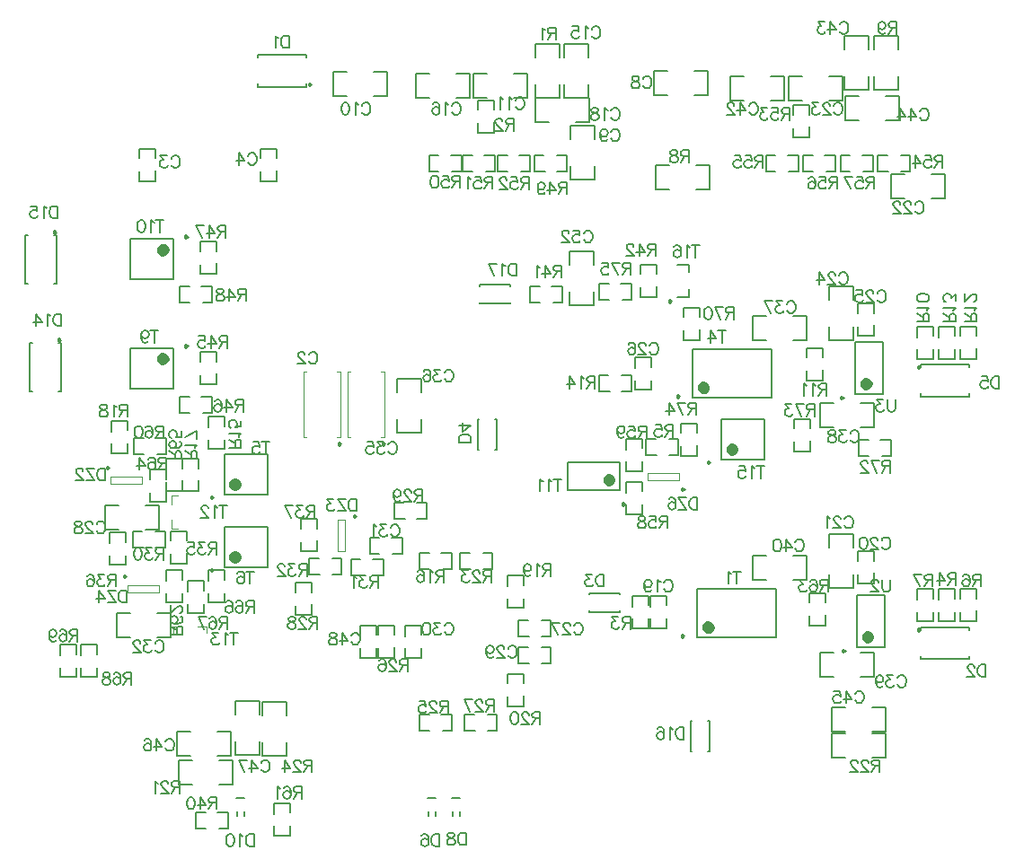
<source format=gbo>
G04*
G04 #@! TF.GenerationSoftware,Altium Limited,Altium Designer,21.3.2 (30)*
G04*
G04 Layer_Color=32896*
%FSLAX25Y25*%
%MOIN*%
G70*
G04*
G04 #@! TF.SameCoordinates,82E3065C-4493-458C-8774-CE3C9F48797D*
G04*
G04*
G04 #@! TF.FilePolarity,Positive*
G04*
G01*
G75*
%ADD11C,0.00394*%
%ADD12C,0.00787*%
%ADD15C,0.00800*%
%ADD158C,0.00394*%
%ADD159C,0.00984*%
%ADD160C,0.02362*%
%ADD161C,0.00400*%
%ADD162C,0.00591*%
G54D11*
X177594Y281122D02*
X189406D01*
Y283878D01*
X177594D01*
Y281122D01*
X183071Y321457D02*
Y324213D01*
X171260D01*
Y321457D01*
X183071D01*
X242755Y338795D02*
X243936D01*
X242755D02*
Y363205D01*
X243936D01*
X255353D02*
X256534D01*
Y338795D01*
X255353D01*
X259110D02*
X260291D01*
X259110D02*
Y363205D01*
X260291D01*
X271709D02*
X272890D01*
Y338795D01*
X271709D01*
X258378Y308405D02*
Y296595D01*
X255622D01*
Y308405D01*
X258378D01*
X370595Y322996D02*
Y325752D01*
X382405D01*
Y322996D01*
X370595D01*
G54D12*
X229571Y290520D02*
Y305480D01*
X213429D01*
Y290520D01*
X229571D01*
Y317520D02*
Y332480D01*
X213429D01*
Y317520D01*
X229571D01*
X194571Y357020D02*
Y371980D01*
X178429D01*
Y357020D01*
X194571D01*
Y397520D02*
Y412480D01*
X178429D01*
Y397520D01*
X194571D01*
X307457Y334291D02*
X308047D01*
X307457D02*
Y345709D01*
X308047D01*
X313953Y334291D02*
X314543D01*
Y345709D01*
X313953D01*
X319709Y388457D02*
Y389047D01*
Y388457D02*
X308291D01*
Y389047D01*
Y394953D02*
Y395543D01*
X319709D01*
Y394953D01*
X381622Y391094D02*
X385953D01*
Y393850D01*
Y400150D02*
Y402906D01*
X381622D01*
X397929Y345480D02*
X414071D01*
Y330520D01*
X397929D01*
Y345480D01*
X348791Y281043D02*
X360209D01*
Y280453D01*
Y274547D02*
Y273957D01*
X348791D01*
Y274547D01*
Y280453D02*
Y281043D01*
X386457Y233709D02*
X387047D01*
X386457D02*
Y222291D01*
X387047D01*
X392953D02*
X393543D01*
Y233709D01*
X392953D01*
G54D15*
X203000Y193500D02*
Y199500D01*
X206500D01*
X204481Y200787D02*
Y205286D01*
X206624Y202287D01*
X203410D01*
X202617Y202716D02*
X202403Y201644D01*
X201975Y201002D01*
X201332Y200787D01*
X200903D01*
X200261Y201002D01*
X199832Y201644D01*
X199618Y202716D01*
Y203358D01*
X199832Y204430D01*
X200261Y205072D01*
X200903Y205286D01*
X201332D01*
X201975Y205072D01*
X202403Y204430D01*
X202617Y203358D01*
Y202716D01*
X203000Y193500D02*
X206500D01*
X214747Y191293D02*
X215390Y191507D01*
X215818D01*
X216461Y191293D01*
X216890Y190650D01*
X217104Y189579D01*
Y188936D01*
X216890Y187865D01*
X216461Y187222D01*
X215818Y187008D01*
X215390D01*
X214747Y187222D01*
X214319Y187865D01*
X214105Y188936D01*
Y189579D01*
X214319Y190650D01*
X214747Y191293D01*
X219332Y191507D02*
Y187008D01*
X219975Y190864D02*
X219332Y191507D01*
X219975Y190864D02*
X220403Y190650D01*
X221624Y190436D02*
X221410Y189793D01*
Y188722D01*
X221624Y188079D01*
X221839Y187651D01*
X222267Y187222D01*
X222910Y187008D01*
X224410D01*
Y191507D01*
X222910D01*
X222267Y191293D01*
X221839Y190864D01*
X221624Y190436D01*
X232000Y191000D02*
X238000D01*
Y194500D01*
Y199500D02*
Y203000D01*
X232000D01*
Y199000D01*
Y194500D02*
Y191000D01*
X236620Y204724D02*
X235977Y204939D01*
X235549Y205367D01*
X235335Y206010D01*
Y206224D01*
X235549Y206867D01*
X235977Y207295D01*
X236620Y207509D01*
X236834D01*
X237477Y207295D01*
X237906Y206867D01*
X238120Y206224D01*
X237906Y205367D01*
X237477Y204939D01*
X236834Y204724D01*
X236620D01*
X239127D02*
X240626Y207081D01*
X240198D02*
X242126D01*
X240198D02*
X239555Y207295D01*
X239341Y207509D01*
X239127Y207938D01*
Y208366D01*
X239341Y208795D01*
X239555Y209009D01*
X240198Y209224D01*
X242126D01*
Y204724D01*
X238120Y206224D02*
Y207295D01*
X237906Y208366D01*
X237477Y209009D01*
X236834Y209224D01*
X236406D01*
X235763Y209009D01*
X235549Y208581D01*
X234349Y208366D02*
X233921Y208581D01*
X233278Y209224D01*
Y204724D01*
X239057Y214567D02*
X242057D01*
X239914Y216709D01*
X239486Y217352D01*
X239272Y217780D01*
Y218209D01*
X239486Y218637D01*
X239700Y218852D01*
X240128Y219066D01*
X240985D01*
X241414Y218852D01*
X241628Y218637D01*
X241843Y218209D01*
Y217995D01*
X243064Y218209D02*
Y217780D01*
X243278Y217352D01*
X243492Y217138D01*
X244135Y216924D01*
X246063D01*
X244563D02*
X243064Y214567D01*
X246063D02*
Y219066D01*
X244135D01*
X243492Y218852D01*
X243278Y218637D01*
X243064Y218209D01*
X238050Y216067D02*
X234837D01*
X235908Y214567D02*
Y219066D01*
X238050Y216067D01*
X236500Y220500D02*
Y225500D01*
Y235500D02*
Y240500D01*
X227500D01*
Y235500D01*
X226500Y236000D02*
Y241000D01*
X217500D01*
Y236000D01*
X216000Y229500D02*
X211000D01*
X216000D02*
Y220500D01*
X211000D01*
X211693Y219067D02*
X216693D01*
Y210067D01*
X211693D01*
X220974Y214567D02*
X218832Y219066D01*
X221831D01*
X223695D02*
X225837Y216067D01*
X222624D01*
X223695Y214567D02*
Y219066D01*
X227316Y218423D02*
X227744Y218852D01*
X228173Y219066D01*
X229029D01*
X229458Y218852D01*
X229887Y218423D01*
X230101Y217995D01*
X230315Y217352D01*
Y216281D01*
X230101Y215638D01*
X229887Y215210D01*
X229458Y214781D01*
X229029Y214567D01*
X228173D01*
X227744Y214781D01*
X227316Y215210D01*
X227101Y215638D01*
Y217995D02*
X227316Y218423D01*
X227500Y220500D02*
X236500D01*
X227500Y225500D02*
Y220500D01*
X226500Y221000D02*
Y226000D01*
Y221000D02*
X217500D01*
Y226000D01*
X201000Y229500D02*
X196000D01*
Y220500D01*
X201000D01*
X201693Y219067D02*
X196693D01*
Y210067D01*
X201693D01*
X196850Y209050D02*
X194922D01*
X194280Y209264D01*
X194065Y209478D01*
X193851Y209907D01*
Y210335D01*
X194065Y210764D01*
X194280Y210978D01*
X194922Y211192D01*
X196850D01*
Y206693D01*
X193851D02*
X195351Y209050D01*
X192630Y210121D02*
Y210335D01*
X192416Y210764D01*
X192201Y210978D01*
X191773Y211192D01*
X190916D01*
X190488Y210978D01*
X190273Y210764D01*
X190059Y210335D01*
Y209907D01*
X190273Y209478D01*
X190702Y208835D01*
X192844Y206693D01*
X189845D01*
X187767D02*
Y211192D01*
X188409Y210549D01*
X188838Y210335D01*
X192311Y222655D02*
X191883Y223084D01*
X191668Y223512D01*
X190404Y223941D02*
X187191D01*
X186398D02*
X186184Y223084D01*
X185755Y222655D01*
X185113Y222441D01*
X184898D01*
X184256Y222655D01*
X183827Y223084D01*
X183613Y223726D01*
Y223941D01*
X183827Y224583D01*
X184256Y225012D01*
X184898Y225226D01*
X185113D01*
X185755Y225012D01*
X186184Y224583D01*
X186398Y223941D01*
Y225012D01*
X186184Y226083D01*
X185755Y226726D01*
X185113Y226940D01*
X184684D01*
X184041Y226726D01*
X183827Y226297D01*
X188262Y226940D02*
X190404Y223941D01*
X191668Y225869D02*
X191883Y226297D01*
X192311Y226726D01*
X192739Y226940D01*
X193596D01*
X194025Y226726D01*
X194453Y226297D01*
X194668Y225869D01*
X194882Y225226D01*
Y224155D01*
X194668Y223512D01*
X194453Y223084D01*
X194025Y222655D01*
X193596Y222441D01*
X192739D01*
X192311Y222655D01*
X179000Y247000D02*
Y251499D01*
X177072D01*
X176429Y251285D01*
X176215Y251071D01*
X176001Y250642D01*
Y250214D01*
X176215Y249785D01*
X176429Y249571D01*
X177072Y249357D01*
X179000D01*
X177500D02*
X176001Y247000D01*
X174779Y247643D02*
X174351Y247214D01*
X173708Y247000D01*
X173494D01*
X172851Y247214D01*
X172423Y247643D01*
X172209Y248285D01*
Y248500D01*
X172423Y249142D01*
X172851Y249571D01*
X173494Y249785D01*
X173708D01*
X174351Y249571D01*
X174779Y249142D01*
X174994Y248500D01*
X174779Y247643D01*
X174994Y248500D02*
Y249571D01*
X174779Y250642D01*
X174351Y251285D01*
X173708Y251499D01*
X173280D01*
X172637Y251285D01*
X172423Y250856D01*
X171009D02*
Y250428D01*
X170795Y249999D01*
X170366Y249785D01*
X169509Y249571D01*
X168867Y249357D01*
X168438Y248928D01*
X168224Y248500D01*
Y247857D01*
X168438Y247428D01*
X168652Y247214D01*
X169295Y247000D01*
X170152D01*
X170795Y247214D01*
X171009Y247428D01*
X171223Y247857D01*
Y248500D01*
X171009Y248928D01*
X170580Y249357D01*
X169938Y249571D01*
X169081Y249785D01*
X168652Y249999D01*
X168438Y250428D01*
Y250856D01*
X168652Y251285D01*
X169295Y251499D01*
X170152D01*
X170795Y251285D01*
X171009Y250856D01*
X166386Y253405D02*
Y249905D01*
X160386D01*
Y253405D01*
X158512D02*
Y249905D01*
X152512D01*
Y253405D01*
Y257906D02*
Y261906D01*
X158512D01*
Y258405D01*
X160386Y257906D02*
Y261906D01*
X166386D01*
Y258405D01*
X173500Y264500D02*
Y273500D01*
X178500D01*
X177165Y277559D02*
Y282058D01*
X175666D01*
X175023Y281844D01*
X174594Y281415D01*
X174380Y280987D01*
X174166Y280344D01*
Y279273D01*
X174380Y278630D01*
X174594Y278202D01*
X175023Y277773D01*
X175666Y277559D01*
X177165D01*
X188500Y273500D02*
X193500D01*
Y264500D01*
X188500D01*
X188429Y263285D02*
X188858Y263499D01*
X189715D01*
X190143Y263285D01*
X190571Y262856D01*
X190786Y262428D01*
X191000Y261785D01*
Y260714D01*
X190786Y260071D01*
X190571Y259643D01*
X190143Y259214D01*
X189715Y259000D01*
X188858D01*
X188429Y259214D01*
X188001Y259643D01*
X187786Y260071D01*
X186522Y259857D02*
X186308Y259429D01*
X186094Y259214D01*
X185451Y259000D01*
X184809D01*
X184166Y259214D01*
X183737Y259643D01*
X183523Y260285D01*
Y260714D01*
X183737Y261357D01*
X183951Y261571D01*
X184380Y261785D01*
X185023D01*
X183737Y263499D01*
X186094D01*
X188001Y262856D02*
X188429Y263285D01*
X188001Y262856D02*
X187786Y262428D01*
X182302D02*
Y262642D01*
X182088Y263071D01*
X181873Y263285D01*
X181445Y263499D01*
X180588D01*
X180159Y263285D01*
X179945Y263071D01*
X179731Y262642D01*
Y262214D01*
X179945Y261785D01*
X180374Y261142D01*
X182516Y259000D01*
X179517D01*
X178500Y264500D02*
X173500D01*
X173159Y277559D02*
X170160D01*
X169153Y279059D02*
X165939D01*
X167010Y277559D02*
Y282058D01*
X169153Y279059D01*
X173159Y277559D02*
X170160Y282058D01*
X173159D01*
X173228Y283465D02*
Y287964D01*
X171300D01*
X170658Y287749D01*
X170443Y287535D01*
X170229Y287107D01*
Y286678D01*
X170443Y286250D01*
X170658Y286035D01*
X171300Y285821D01*
X173228D01*
X171729D02*
X170229Y283465D01*
X168794Y283679D02*
X169008Y283893D01*
X169222Y284321D01*
X168794Y283679D02*
X168151Y283465D01*
X167508D01*
X166865Y283679D01*
X166437Y284107D01*
X166223Y284750D01*
Y285178D01*
X166437Y285821D01*
X166651Y286035D01*
X167080Y286250D01*
X167722D01*
X166437Y287964D01*
X168794D01*
X164573Y287749D02*
X165001Y287107D01*
X165216Y286035D01*
Y284964D01*
X165001Y284107D01*
X164573Y283679D01*
X163930Y283465D01*
X163716D01*
X163073Y283679D01*
X162645Y284107D01*
X162431Y284750D01*
Y284964D01*
X162645Y285607D01*
X163073Y286035D01*
X163716Y286250D01*
X163930D01*
X164573Y286035D01*
X165001Y285607D01*
X165216Y284964D01*
X164573Y287749D02*
X163930Y287964D01*
X163502D01*
X162859Y287749D01*
X162645Y287321D01*
X171000Y291500D02*
Y295000D01*
Y291500D02*
X177000D01*
Y295000D01*
X180147Y294164D02*
X179933Y295235D01*
Y295878D01*
X180147Y296949D01*
X180576Y297592D01*
X181218Y297806D01*
X181647D01*
X182290Y297592D01*
X182718Y296949D01*
X182932Y295878D01*
Y295235D01*
X182718Y294164D01*
X182290Y293521D01*
X181647Y293307D01*
X181218D01*
X180576Y293521D01*
X180147Y294164D01*
X183939Y294592D02*
X184153Y293950D01*
X184582Y293521D01*
X185225Y293307D01*
X185867D01*
X186510Y293521D01*
X186724Y293736D01*
X186939Y294164D01*
X187945Y293307D02*
X189445Y295664D01*
X189017D02*
X190945D01*
X189017D02*
X188374Y295878D01*
X188160Y296092D01*
X187945Y296521D01*
Y296949D01*
X188160Y297378D01*
X188374Y297592D01*
X189017Y297806D01*
X190945D01*
Y293307D01*
X183939Y294592D02*
Y295021D01*
X184153Y295664D01*
X184368Y295878D01*
X184796Y296092D01*
X185439D01*
X184153Y297806D01*
X186510D01*
X188000Y298000D02*
X191500D01*
Y304000D01*
X188000D01*
X189134Y304555D02*
Y313555D01*
X184134D01*
X185976Y314866D02*
Y318366D01*
Y314866D02*
X191976D01*
Y318866D01*
X191882Y318803D02*
Y322303D01*
X191976Y323366D02*
Y326866D01*
X185976D01*
Y323366D01*
X184134Y304555D02*
X189134D01*
X183000Y304000D02*
X179500D01*
Y298000D01*
X183500D01*
X193500Y292000D02*
X199500D01*
Y296000D01*
X199832Y295918D02*
X200261Y295490D01*
X200903Y295276D01*
X201546D01*
X202189Y295490D01*
X202403Y295704D01*
X202617Y296132D01*
X203624Y296561D02*
X203838Y295918D01*
X204267Y295490D01*
X204910Y295276D01*
X205552D01*
X206195Y295490D01*
X206409Y295704D01*
X206624Y296132D01*
X207631Y295276D02*
X209130Y297632D01*
X208702D02*
X210630D01*
X208702D02*
X208059Y297847D01*
X207845Y298061D01*
X207631Y298489D01*
Y298918D01*
X207845Y299346D01*
X208059Y299560D01*
X208702Y299775D01*
X210630D01*
Y295276D01*
X209961Y309055D02*
Y313554D01*
X210603Y312911D01*
X211032Y312697D01*
X211568Y313554D02*
X214567D01*
X213067D02*
Y309055D01*
X207733D02*
X204733D01*
X203838Y299775D02*
X205124Y298061D01*
X204481D01*
X204053Y297847D01*
X203838Y297632D01*
X203624Y296989D01*
Y296561D01*
X202403Y297847D02*
X202189Y298061D01*
X201546Y298275D01*
X200903D01*
X200261Y298061D01*
X199832Y297632D01*
X199618Y296989D01*
Y296561D01*
X199832Y295918D01*
X200046Y299775D02*
X202189D01*
X202403Y297847D01*
X203838Y299775D02*
X206195D01*
X199500Y300500D02*
Y304000D01*
X193500D01*
Y300500D01*
Y295500D02*
Y292000D01*
X191882Y289465D02*
X197882D01*
Y285965D01*
X199756Y285528D02*
X205756D01*
Y282028D01*
X199756Y281528D02*
Y285528D01*
X197882Y280965D02*
Y277465D01*
X191882D01*
Y280965D01*
Y285465D02*
Y289465D01*
X193500Y276524D02*
Y273525D01*
X195642Y275667D01*
X196285Y276096D01*
X196714Y276310D01*
X197142D01*
X197571Y276096D01*
X197785Y275882D01*
X197999Y275453D01*
Y274596D01*
X197785Y274168D01*
X197571Y273953D01*
X197142Y273739D01*
X196928D01*
X197356Y272325D02*
X197785Y272111D01*
X197999Y271468D01*
Y271040D01*
X197785Y270397D01*
X197142Y269969D01*
X196071Y269754D01*
X195000D01*
X194143Y269969D01*
X193714Y270397D01*
X193500Y271040D01*
Y271254D01*
X193714Y271897D01*
X194143Y272325D01*
X194785Y272539D01*
X195000D01*
X195642Y272325D01*
X196071Y271897D01*
X196285Y271254D01*
Y271040D01*
X196071Y270397D01*
X195642Y269969D01*
X195000Y269754D01*
X196285Y268533D02*
X196071Y268319D01*
X195857Y267676D01*
Y265748D01*
Y267248D02*
X193500Y268747D01*
Y265748D02*
X197999D01*
Y267676D01*
X197785Y268319D01*
X197571Y268533D01*
X197142Y268747D01*
X196714D01*
X196285Y268533D01*
X199756Y273528D02*
X205756D01*
Y277028D01*
X199756D02*
Y273528D01*
X203791Y272216D02*
X205933Y267717D01*
X203791Y272216D02*
X206790D01*
X208204Y272001D02*
X208847Y272216D01*
X209275D01*
X209918Y272001D01*
X210346Y271359D01*
X210561Y270287D01*
Y269216D01*
X210346Y268359D01*
X209918Y267931D01*
X209275Y267717D01*
X209061D01*
X208418Y267931D01*
X207990Y268359D01*
X207775Y269002D01*
Y269216D01*
X207990Y269859D01*
X208418Y270287D01*
X209061Y270502D01*
X209275D01*
X209918Y270287D01*
X210346Y269859D01*
X210561Y269216D01*
X211782Y270502D02*
X211996Y270287D01*
X212639Y270073D01*
X214567D01*
X213067D02*
X211568Y267717D01*
X211241Y266310D02*
X208885D01*
X210170Y264596D01*
X209527D01*
X209099Y264382D01*
X208885Y264168D01*
X208670Y263525D01*
Y263096D01*
X208885Y262454D01*
X209313Y262025D01*
X209956Y261811D01*
X210598D01*
X211241Y262025D01*
X211455Y262240D01*
X211670Y262668D01*
X213898Y261811D02*
Y266310D01*
X214541Y265667D01*
X214969Y265453D01*
X217004Y261811D02*
Y266310D01*
X218504D02*
X215505D01*
X214567Y267717D02*
Y272216D01*
X212639D01*
X211996Y272001D01*
X211782Y271787D01*
X211568Y271359D01*
Y270930D01*
X211782Y270502D01*
X207990Y271573D02*
X208204Y272001D01*
X207630Y277465D02*
X213630D01*
Y280965D01*
Y285965D02*
Y289465D01*
X207630D01*
Y285465D01*
Y280965D02*
Y277465D01*
X214062Y277478D02*
X214276Y277907D01*
X214919Y278121D01*
X215347D01*
X215990Y277907D01*
X216418Y277264D01*
X216633Y276193D01*
Y275122D01*
X216418Y274265D01*
X215990Y273836D01*
X215347Y273622D01*
X215133D01*
X214490Y273836D01*
X214062Y274265D01*
X213847Y274907D01*
Y275122D01*
X214062Y275764D01*
X214490Y276193D01*
X215133Y276407D01*
X215347D01*
X215990Y276193D01*
X216418Y275764D01*
X216633Y275122D01*
X217618D02*
X217832Y275764D01*
X218261Y276193D01*
X218903Y276407D01*
X219118D01*
X219760Y276193D01*
X220189Y275764D01*
X220403Y275122D01*
X220189Y274265D01*
X219760Y273836D01*
X219118Y273622D01*
X218903D01*
X218261Y273836D01*
X217832Y274265D01*
X217618Y274907D01*
Y275122D01*
X217832Y277478D02*
X218046Y277907D01*
X218689Y278121D01*
X219118D01*
X219760Y277907D01*
X220189Y277264D01*
X220403Y276193D01*
Y275122D01*
X221624Y276407D02*
X221839Y276193D01*
X222481Y275979D01*
X224410D01*
X222910D02*
X221410Y273622D01*
X224410D02*
Y278121D01*
X222481D01*
X221839Y277907D01*
X221624Y277693D01*
X221410Y277264D01*
Y276836D01*
X221624Y276407D01*
X240000Y276346D02*
Y272847D01*
X246000D01*
Y276847D01*
X246103Y272216D02*
X245461Y272001D01*
X245246Y271787D01*
X245032Y271359D01*
Y270930D01*
X245246Y270502D01*
X245461Y270287D01*
X246103Y270073D01*
X248031D01*
X246532D02*
X245032Y267717D01*
X244025D02*
X241026D01*
X239591Y267931D02*
X239805Y268145D01*
X240019Y268573D01*
Y269216D01*
X239805Y269645D01*
X239376Y270073D01*
X238734Y270287D01*
X237877Y270502D01*
X237448Y270716D01*
X237234Y271144D01*
Y271573D01*
X237448Y272001D01*
X238091Y272216D01*
X238948D01*
X239591Y272001D01*
X239805Y271573D01*
Y271144D01*
X239591Y270716D01*
X239162Y270502D01*
X238305Y270287D01*
X237662Y270073D01*
X237234Y269645D01*
X237020Y269216D01*
Y268573D01*
X237234Y268145D01*
X237448Y267931D01*
X238091Y267717D01*
X238948D01*
X239591Y267931D01*
X241883Y269859D02*
X244025Y267717D01*
X243811Y271144D02*
Y271359D01*
X243597Y271787D01*
X243383Y272001D01*
X242954Y272216D01*
X242097D01*
X241669Y272001D01*
X241454Y271787D01*
X241240Y271359D01*
Y270930D01*
X241454Y270502D01*
X241883Y269859D01*
X246103Y272216D02*
X248031D01*
Y267717D01*
X252510Y265239D02*
Y265667D01*
X252725Y266096D01*
X253367Y266310D01*
X254224D01*
X254867Y266096D01*
X255081Y265667D01*
Y265239D01*
X254867Y264810D01*
X254439Y264596D01*
X253582Y264382D01*
X252939Y264168D01*
X252510Y263739D01*
X252296Y263311D01*
Y262668D01*
X252510Y262240D01*
X252725Y262025D01*
X253367Y261811D01*
X254224D01*
X254867Y262025D01*
X255081Y262240D01*
X255296Y262668D01*
Y263311D01*
X255081Y263739D01*
X254653Y264168D01*
X254010Y264382D01*
X253153Y264596D01*
X252725Y264810D01*
X252510Y265239D01*
X256088Y263311D02*
X259302D01*
X257159Y266310D01*
Y261811D01*
X261209Y262025D02*
X260780Y262454D01*
X260566Y262882D01*
X261209Y262025D02*
X261637Y261811D01*
X262494D01*
X262923Y262025D01*
X263351Y262454D01*
X263565Y262882D01*
X263779Y263525D01*
Y264596D01*
X263565Y265239D01*
X263351Y265667D01*
X262923Y266096D01*
X262494Y266310D01*
X261637D01*
X261209Y266096D01*
X260780Y265667D01*
X260566Y265239D01*
X264000Y265000D02*
Y269000D01*
X270000D01*
Y265500D01*
X270654D02*
Y269000D01*
X276654D01*
Y265500D01*
Y261000D02*
Y257000D01*
X270654D01*
Y260500D01*
X270000D02*
Y257000D01*
X264000D01*
Y260500D01*
X271127Y256253D02*
X271770Y256468D01*
X272198D01*
X272841Y256253D01*
X273269Y255611D01*
X273483Y254539D01*
Y253468D01*
X273269Y252611D01*
X272841Y252183D01*
X272198Y251969D01*
X271984D01*
X271341Y252183D01*
X270913Y252611D01*
X270698Y253254D01*
Y253468D01*
X270913Y254111D01*
X271341Y254539D01*
X271984Y254754D01*
X272198D01*
X272841Y254539D01*
X273269Y254111D01*
X273483Y253468D01*
X275347Y254111D02*
X277490Y251969D01*
X274490D01*
X275347Y254111D02*
X274919Y254754D01*
X274705Y255182D01*
Y255611D01*
X274919Y256039D01*
X275133Y256253D01*
X275562Y256468D01*
X276419D01*
X276847Y256253D01*
X277061Y256039D01*
X277275Y255611D01*
Y255396D01*
X278497Y255611D02*
Y255182D01*
X278711Y254754D01*
X278925Y254539D01*
X279568Y254325D01*
X281496D01*
Y256468D02*
Y251969D01*
Y256468D02*
X279568D01*
X278925Y256253D01*
X278711Y256039D01*
X278497Y255611D01*
X279996Y254325D02*
X278497Y251969D01*
X270913Y255825D02*
X271127Y256253D01*
X285917Y240999D02*
X288059D01*
X288273Y239071D01*
X288059Y239285D01*
X287416Y239499D01*
X286773D01*
X286131Y239285D01*
X285702Y238857D01*
X285488Y238214D01*
Y237785D01*
X285702Y237143D01*
X286131Y236714D01*
X286773Y236500D01*
X287416D01*
X288059Y236714D01*
X288273Y236929D01*
X288487Y237357D01*
X289494Y236500D02*
X292494D01*
X290351Y238642D01*
X289923Y239285D01*
X289709Y239714D01*
Y240142D01*
X289923Y240571D01*
X290137Y240785D01*
X290566Y240999D01*
X291423D01*
X291851Y240785D01*
X292065Y240571D01*
X292280Y240142D01*
Y239928D01*
X293501Y240142D02*
Y239714D01*
X293715Y239285D01*
X293929Y239071D01*
X294572Y238857D01*
X296500D01*
Y240999D02*
Y236500D01*
Y240999D02*
X294572D01*
X293929Y240785D01*
X293715Y240571D01*
X293501Y240142D01*
X295000Y238857D02*
X293501Y236500D01*
X294000Y236000D02*
X298000D01*
Y230000D01*
X294500D01*
X289500D02*
X286000D01*
Y236000D01*
X289500D01*
X302654D02*
X306153D01*
X302654D02*
Y230000D01*
X306653D01*
X311154D02*
X314653D01*
Y236000D01*
X311154D01*
X319911Y235926D02*
X320339Y236568D01*
X320982Y236783D01*
X321411D01*
X322053Y236568D01*
X322482Y235926D01*
X322696Y234854D01*
Y234212D01*
X322482Y233140D01*
X322053Y232498D01*
X321411Y232283D01*
X320982D01*
X320339Y232498D01*
X319911Y233140D01*
X319697Y234212D01*
Y234854D01*
X319911Y235926D01*
X323917D02*
Y235497D01*
X324131Y235069D01*
X324560Y234426D01*
X326702Y232283D01*
X323703D01*
X323917Y235926D02*
X324131Y236354D01*
X324346Y236568D01*
X324774Y236783D01*
X325631D01*
X326060Y236568D01*
X326274Y236354D01*
X326488Y235926D01*
Y235711D01*
X327709Y235926D02*
Y235497D01*
X327923Y235069D01*
X328138Y234854D01*
X328781Y234640D01*
X330709D01*
X329209D02*
X327709Y232283D01*
X330709D02*
Y236783D01*
X328781D01*
X328138Y236568D01*
X327923Y236354D01*
X327709Y235926D01*
X324500Y239000D02*
Y243000D01*
Y239000D02*
X318500D01*
Y242500D01*
Y247500D02*
Y251000D01*
X324500D01*
Y247500D01*
X313500Y241499D02*
Y237000D01*
Y239357D02*
X311572D01*
X310929Y239571D01*
X310715Y239785D01*
X310501Y240214D01*
Y240642D01*
X310715Y241071D01*
X310929Y241285D01*
X311572Y241499D01*
X313500D01*
X312000Y239357D02*
X310501Y237000D01*
X326654Y255000D02*
X322654D01*
Y261000D01*
X326153D01*
X326654Y265000D02*
X322654D01*
Y271000D01*
X326153D01*
X331153D02*
X334653D01*
Y265000D01*
X331153D01*
Y261000D02*
X334653D01*
Y255000D01*
X331153D01*
X337159Y265500D02*
X335017Y269999D01*
X338016D01*
X339237Y269142D02*
Y268714D01*
X339452Y268285D01*
X339880Y267642D01*
X342022Y265500D01*
X339023D01*
X344358D02*
X343929Y265714D01*
X343501Y266143D01*
X343286Y266571D01*
Y268928D02*
X343501Y269356D01*
X343929Y269785D01*
X344358Y269999D01*
X345215D01*
X345643Y269785D01*
X346072Y269356D01*
X346286Y268928D01*
X346500Y268285D01*
Y267214D01*
X346286Y266571D01*
X346072Y266143D01*
X345643Y265714D01*
X345215Y265500D01*
X344358D01*
X357382Y268359D02*
X357810Y267931D01*
X358453Y267717D01*
X359096D01*
X359738Y267931D01*
X359953Y268145D01*
X360167Y268573D01*
X361174Y267717D02*
X362673Y270073D01*
X362245D02*
X364173D01*
X362245D02*
X361602Y270287D01*
X361388Y270502D01*
X361174Y270930D01*
Y271359D01*
X361388Y271787D01*
X361602Y272001D01*
X362245Y272216D01*
X364173D01*
Y267717D01*
X365000Y268000D02*
Y271500D01*
Y268000D02*
X371000D01*
Y271500D01*
X371500D02*
Y268000D01*
X377500D01*
Y271500D01*
Y276500D02*
Y280000D01*
X371500D01*
Y276000D01*
X371000Y276500D02*
Y280000D01*
X365000D01*
Y276000D01*
X359738Y272216D02*
X357382D01*
X358667Y270502D01*
X358025D01*
X357596Y270287D01*
X357382Y270073D01*
X357168Y269430D01*
Y269002D01*
X357382Y268359D01*
X370002Y281710D02*
X370645Y281496D01*
X371073D01*
X371716Y281710D01*
X371930Y282139D01*
X371502Y283424D02*
X371930Y283853D01*
X372144Y284495D01*
Y284710D01*
X371930Y285352D01*
X371502Y285781D01*
X370859Y285995D01*
X370645D01*
X370002Y285781D01*
X369573Y285352D01*
X369359Y284495D01*
X369573Y283853D01*
X370002Y283424D01*
X370645Y283210D01*
X370859D01*
X371502Y283424D01*
X369359D02*
X369573Y282353D01*
X370002Y281710D01*
X369359Y283424D02*
Y284495D01*
X375015Y285352D02*
X374372Y285995D01*
Y281496D01*
X377350Y281710D02*
X376922Y282139D01*
X376708Y282567D01*
X377350Y281710D02*
X377779Y281496D01*
X378636D01*
X379064Y281710D01*
X379493Y282139D01*
X379707Y282567D01*
X379921Y283210D01*
Y284281D01*
X379707Y284924D01*
X379493Y285352D01*
X379064Y285781D01*
X378636Y285995D01*
X377779D01*
X377350Y285781D01*
X376922Y285352D01*
X376708Y284924D01*
X375444Y285138D02*
X375015Y285352D01*
X374953Y305118D02*
X376453Y307475D01*
X376025D02*
X377953D01*
X376025D02*
X375382Y307689D01*
X375168Y307903D01*
X374953Y308332D01*
Y308760D01*
X375168Y309189D01*
X375382Y309403D01*
X376025Y309617D01*
X377953D01*
Y305118D01*
X373518Y305332D02*
X373732Y305547D01*
X373946Y305975D01*
X373518Y305332D02*
X372875Y305118D01*
X372233D01*
X371590Y305332D01*
X371161Y305761D01*
X370947Y306403D01*
Y306832D01*
X371161Y307475D01*
X371590Y307903D01*
X372233Y308118D01*
X372875D01*
X373518Y307903D01*
X373732Y307689D01*
X373518Y309617D01*
X371376D01*
X369512Y309403D02*
X369726Y308974D01*
Y308546D01*
X369512Y308118D01*
X369083Y307903D01*
X368226Y307689D01*
X367584Y307475D01*
X367155Y307046D01*
X366941Y306618D01*
Y305975D01*
X367155Y305547D01*
X367369Y305332D01*
X368012Y305118D01*
X368869D01*
X369512Y305332D01*
X369726Y305547D01*
X369940Y305975D01*
Y306618D01*
X369726Y307046D01*
X369298Y307475D01*
X368655Y307689D01*
X367798Y307903D01*
X367369Y308118D01*
X367155Y308546D01*
Y308974D01*
X367369Y309403D01*
X368012Y309617D01*
X368869D01*
X369512Y309403D01*
X384994Y312000D02*
X381994D01*
X380773Y312643D02*
X380345Y312214D01*
X379702Y312000D01*
X379488D01*
X378845Y312214D01*
X378417Y312643D01*
X378202Y313285D01*
Y313500D01*
X378417Y314142D01*
X378845Y314571D01*
X379488Y314785D01*
X379702D01*
X380345Y314571D01*
X380773Y314142D01*
X380987Y313500D01*
X380773Y312643D01*
X380987Y313500D02*
Y314571D01*
X380773Y315642D01*
X380345Y316285D01*
X379702Y316499D01*
X379274D01*
X378631Y316285D01*
X378417Y315856D01*
X381994Y316499D02*
X384994Y312000D01*
X386429Y312643D02*
X386858Y312214D01*
X387500Y312000D01*
X389000D01*
Y316499D01*
X387500D01*
X386858Y316285D01*
X386429Y315856D01*
X386215Y315428D01*
X386001Y314785D01*
Y313714D01*
X386215Y313071D01*
X386429Y312643D01*
X384994Y316499D02*
X381994D01*
X389000Y332000D02*
Y336000D01*
Y332000D02*
X383000D01*
Y335500D01*
X382000Y338374D02*
X378500D01*
X377001Y339000D02*
X378500Y341357D01*
X378072D02*
X380000D01*
X378072D02*
X377429Y341571D01*
X377215Y341785D01*
X377001Y342214D01*
Y342642D01*
X377215Y343071D01*
X377429Y343285D01*
X378072Y343499D01*
X380000D01*
Y339000D01*
X382000Y338374D02*
Y332374D01*
X378500D01*
X374000D02*
X370000D01*
Y338374D01*
X373500D01*
X373637Y339214D02*
X374280Y339000D01*
X374922D01*
X375565Y339214D01*
X375780Y339428D01*
X375994Y339857D01*
X375780Y341571D02*
X375565Y341785D01*
X374922Y341999D01*
X374280D01*
X373637Y341785D01*
X373209Y341357D01*
X372994Y340714D01*
Y340285D01*
X373209Y339643D01*
X373637Y339214D01*
X370079Y338583D02*
Y343082D01*
X368151D01*
X367508Y342867D01*
X367294Y342653D01*
X367079Y342225D01*
Y341796D01*
X367294Y341368D01*
X367508Y341154D01*
X368151Y340939D01*
X370079D01*
X373423Y343499D02*
X375565D01*
X375780Y341571D01*
X383000Y340500D02*
Y344000D01*
X389000D01*
Y340500D01*
X388600Y347200D02*
Y351699D01*
X386672D01*
X386029Y351485D01*
X385815Y351271D01*
X385601Y350842D01*
Y350414D01*
X385815Y349985D01*
X386029Y349771D01*
X386672Y349557D01*
X388600D01*
X387100D02*
X385601Y347200D01*
X383737D02*
X381594Y351699D01*
X384594D01*
X404512Y328250D02*
X406654D01*
X406868Y326321D01*
X406654Y326536D01*
X406011Y326750D01*
X405369D01*
X404726Y326536D01*
X404297Y326107D01*
X404083Y325464D01*
Y325036D01*
X404297Y324393D01*
X404726Y323965D01*
X405369Y323750D01*
X406011D01*
X406654Y323965D01*
X406868Y324179D01*
X407083Y324607D01*
X409953Y327607D02*
X409311Y328250D01*
Y323750D01*
X412417D02*
Y328250D01*
X410917D02*
X413917D01*
X425000Y333653D02*
X431000D01*
Y337653D01*
X437517Y337857D02*
X437731Y337428D01*
X437945Y337214D01*
X438588Y337000D01*
X439445D01*
X440088Y337214D01*
X440302Y337428D01*
X440516Y337857D01*
Y338500D01*
X440302Y338928D01*
X439873Y339357D01*
X439231Y339571D01*
X438374Y339785D01*
X437945Y339999D01*
X437731Y340428D01*
Y340856D01*
X437945Y341285D01*
X438588Y341499D01*
X439445D01*
X440088Y341285D01*
X440302Y340856D01*
Y340428D01*
X440088Y339999D01*
X439659Y339785D01*
X438802Y339571D01*
X438160Y339357D01*
X437731Y338928D01*
X437517Y338500D01*
Y337857D01*
X441523Y338285D02*
X441737Y337643D01*
X442166Y337214D01*
X442808Y337000D01*
X443451D01*
X444094Y337214D01*
X444308Y337428D01*
X444522Y337857D01*
X445786Y338071D02*
X446001Y337643D01*
X446429Y337214D01*
X446858Y337000D01*
X447715D01*
X448143Y337214D01*
X448571Y337643D01*
X448786Y338071D01*
X449000Y338714D01*
Y339785D01*
X448786Y340428D01*
X448571Y340856D01*
X448143Y341285D01*
X447715Y341499D01*
X446858D01*
X446429Y341285D01*
X446001Y340856D01*
X445786Y340428D01*
X444094Y341499D02*
X441737D01*
X443023Y339785D01*
X442380D01*
X441952Y339571D01*
X441737Y339357D01*
X441523Y338714D01*
Y338285D01*
X449000Y338000D02*
X452500D01*
X449000D02*
Y332000D01*
X452500D01*
X452065Y329821D02*
X451851Y330035D01*
X451422Y330250D01*
X450565D01*
X450137Y330035D01*
X449923Y329821D01*
X449708Y329393D01*
Y328964D01*
X449923Y328536D01*
X450351Y327893D01*
X452493Y325750D01*
X449494D01*
X455643D02*
X453500Y330250D01*
X456500D01*
X452065Y329821D02*
X452279Y329393D01*
Y329178D01*
X457000Y338000D02*
X461000D01*
Y332000D01*
X457500D01*
X457935Y330035D02*
X457721Y329821D01*
X457507Y329393D01*
Y328964D01*
X457721Y328536D01*
X457935Y328321D01*
X458578Y328107D01*
X460506D01*
X459006D02*
X457507Y325750D01*
X460506D02*
Y330250D01*
X458578D01*
X457935Y330035D01*
X457928Y348639D02*
X458142Y348854D01*
X458357Y349282D01*
X457928Y348639D02*
X457285Y348425D01*
X456643D01*
X456000Y348639D01*
X455571Y349068D01*
X455357Y349711D01*
Y350139D01*
X455571Y350782D01*
X455786Y350996D01*
X456214Y351210D01*
X456857D01*
X455571Y352924D01*
X457928D01*
X459599D02*
Y349711D01*
X459813Y349068D01*
X460242Y348639D01*
X460885Y348425D01*
X461313D01*
X461956Y348639D01*
X462384Y349068D01*
X462598Y349711D01*
Y352924D01*
X476517Y368000D02*
Y371500D01*
X478517D02*
Y368000D01*
X484517D01*
Y371500D01*
X486517D02*
Y368000D01*
X492517D01*
Y372000D01*
Y376500D02*
Y380000D01*
X486517D01*
Y376500D01*
X484517D02*
Y380000D01*
X478517D01*
Y376000D01*
X476517Y376500D02*
Y380000D01*
X470517D01*
Y376000D01*
Y371500D02*
Y368000D01*
X476517D01*
X494440Y361499D02*
X496582D01*
X496796Y359571D01*
X496582Y359785D01*
X495939Y359999D01*
X495296D01*
X494654Y359785D01*
X494225Y359357D01*
X494011Y358714D01*
Y358285D01*
X494225Y357643D01*
X494654Y357214D01*
X495296Y357000D01*
X495939D01*
X496582Y357214D01*
X496796Y357429D01*
X497011Y357857D01*
X498232Y358071D02*
X498446Y357643D01*
X498874Y357214D01*
X499517Y357000D01*
X501017D01*
Y361499D01*
X499517D01*
X498874Y361285D01*
X498446Y360856D01*
X498232Y360428D01*
X498017Y359785D01*
Y358714D01*
X498232Y358071D01*
X492688Y381890D02*
X488189D01*
X490546D02*
Y383818D01*
X490760Y384461D01*
X490974Y384675D01*
X491403Y384889D01*
X491831D01*
X492260Y384675D01*
X492474Y384461D01*
X492688Y383818D01*
Y381890D01*
X490546Y383389D02*
X488189Y384889D01*
Y386967D02*
X492688D01*
X492045Y386325D01*
X491831Y385896D01*
Y389410D02*
X492260Y389624D01*
X492474Y389838D01*
X492688Y390266D01*
Y391124D01*
X492474Y391552D01*
X492260Y391766D01*
X491831Y391981D01*
X491403D01*
X490974Y391766D01*
X490331Y391338D01*
X488189Y389195D01*
Y392195D01*
X491617Y389410D02*
X491831D01*
X484814Y389624D02*
Y391981D01*
X483100Y390695D01*
Y391338D01*
X482886Y391766D01*
X482672Y391981D01*
X482029Y392195D01*
X481600D01*
X480958Y391981D01*
X480529Y391552D01*
X480315Y390909D01*
Y390266D01*
X480529Y389624D01*
X480743Y389410D01*
X481172Y389195D01*
X480315Y386967D02*
X484814D01*
X484171Y386325D01*
X483957Y385896D01*
Y384889D02*
X483529D01*
X483100Y384675D01*
X482886Y384461D01*
X482672Y383818D01*
Y381890D01*
Y383389D02*
X480315Y384889D01*
X483957D02*
X484385Y384675D01*
X484600Y384461D01*
X484814Y383818D01*
Y381890D01*
X480315D01*
X474971D02*
X470472D01*
X472829D02*
Y383818D01*
X473043Y384461D01*
X473258Y384675D01*
X473686Y384889D01*
X474115D01*
X474543Y384675D01*
X474757Y384461D01*
X474971Y383818D01*
Y381890D01*
X472829Y383389D02*
X470472Y384889D01*
Y386967D02*
X474971D01*
X474329Y386325D01*
X474115Y385896D01*
Y389410D02*
X473043Y389195D01*
X472401D01*
X471329Y389410D01*
X470687Y389838D01*
X470472Y390481D01*
Y390909D01*
X470687Y391552D01*
X471329Y391981D01*
X472401Y392195D01*
X473043D01*
X474115Y391981D01*
X474757Y391552D01*
X474971Y390909D01*
Y390481D01*
X474757Y389838D01*
X474115Y389410D01*
X458571Y389643D02*
X458143Y389214D01*
X457715Y389000D01*
X456858D01*
X456429Y389214D01*
X456001Y389643D01*
X455786Y390071D01*
X454522Y389000D02*
X451523D01*
X450088Y389214D02*
X450302Y389428D01*
X450516Y389857D01*
X450088Y389214D02*
X449445Y389000D01*
X448802D01*
X448160Y389214D01*
X447731Y389643D01*
X447517Y390285D01*
Y390714D01*
X447731Y391357D01*
X448160Y391785D01*
X448802Y391999D01*
X449445D01*
X450088Y391785D01*
X450302Y391571D01*
X450088Y393499D01*
X447945D01*
X447000Y395000D02*
Y390000D01*
X448500Y388500D02*
X454500D01*
Y385000D01*
X454522Y389000D02*
X452380Y391142D01*
X451952Y391785D01*
X451737Y392214D01*
Y392642D01*
X451952Y393071D01*
X452166Y393285D01*
X452594Y393499D01*
X453451D01*
X453880Y393285D01*
X454094Y393071D01*
X454308Y392642D01*
Y392428D01*
X455786D02*
X456001Y392856D01*
X456429Y393285D01*
X456858Y393499D01*
X457715D01*
X458143Y393285D01*
X458571Y392856D01*
X458786Y392428D01*
X459000Y391785D01*
Y390714D01*
X458786Y390071D01*
X458571Y389643D01*
X444882Y398454D02*
Y397383D01*
X444668Y396741D01*
X444453Y396312D01*
X444025Y395883D01*
X443597Y395669D01*
X442739D01*
X442311Y395883D01*
X441883Y396312D01*
X441668Y396741D01*
X440404Y395669D02*
X437405D01*
X438000Y395000D02*
X447000D01*
X448500Y388500D02*
Y385000D01*
Y380000D02*
Y376500D01*
X454500D01*
Y380500D01*
X447000Y380000D02*
Y375000D01*
X438000D01*
Y380000D01*
X435517Y372000D02*
Y368500D01*
Y364000D02*
Y360000D01*
X429517D01*
Y363500D01*
Y368500D02*
Y372000D01*
X435517D01*
X429500Y375000D02*
Y384000D01*
X424500D01*
X424215Y385000D02*
X423358D01*
X422929Y385214D01*
X422501Y385643D01*
X422286Y386071D01*
X421022Y385857D02*
X420808Y385429D01*
X420594Y385214D01*
X419951Y385000D01*
X419309D01*
X418666Y385214D01*
X418237Y385643D01*
X418023Y386285D01*
Y386714D01*
X418237Y387357D01*
X418451Y387571D01*
X418880Y387785D01*
X419523D01*
X418237Y389499D01*
X420594D01*
X422501Y388856D02*
X422929Y389285D01*
X423358Y389499D01*
X424215D01*
X424643Y389285D01*
X425071Y388856D01*
X425286Y388428D01*
X425500Y387785D01*
Y386714D01*
X425286Y386071D01*
X425071Y385643D01*
X424643Y385214D01*
X424215Y385000D01*
X422286Y388428D02*
X422501Y388856D01*
X417016Y389499D02*
X414017D01*
X416159Y385000D01*
X414500Y384000D02*
X409500D01*
Y375000D01*
X414500D01*
X424500D02*
X429500D01*
X429274Y358187D02*
X428631Y358830D01*
Y354331D01*
X431930D02*
Y358830D01*
X432573Y358187D01*
X433002Y357973D01*
X434009D02*
Y357544D01*
X434223Y357116D01*
X434437Y356902D01*
X435080Y356687D01*
X437008D01*
X435508D02*
X434009Y354331D01*
X437008D02*
Y358830D01*
X435080D01*
X434437Y358615D01*
X434223Y358401D01*
X434009Y357973D01*
X429702D02*
X429274Y358187D01*
X428500Y351250D02*
X425500D01*
X427643Y346750D01*
X425000Y345654D02*
X431000D01*
Y342154D01*
X434500Y342500D02*
Y351500D01*
X439500D01*
X432506Y351250D02*
Y346750D01*
Y349107D02*
X430578D01*
X429935Y349321D01*
X429721Y349536D01*
X429507Y349964D01*
Y350393D01*
X429721Y350821D01*
X429935Y351035D01*
X430578Y351250D01*
X432506D01*
X431006Y349107D02*
X429507Y346750D01*
X434500Y342500D02*
X439500D01*
X449500D02*
X454500D01*
Y351500D01*
X449500D01*
X424065Y351250D02*
X421708D01*
X422994Y349536D01*
X422351D01*
X421922Y349321D01*
X421708Y349107D01*
X421494Y348464D01*
Y348036D01*
X421708Y347393D01*
X422137Y346965D01*
X422780Y346750D01*
X423422D01*
X424065Y346965D01*
X424279Y347179D01*
X424493Y347607D01*
X425000Y345654D02*
Y342154D01*
Y337154D02*
Y333653D01*
X410382Y327393D02*
X409953Y327607D01*
X417760Y300785D02*
X418402Y300999D01*
X418831D01*
X419473Y300785D01*
X419902Y300142D01*
X420116Y299071D01*
Y298428D01*
X419902Y297357D01*
X419473Y296714D01*
X418831Y296500D01*
X418402D01*
X417760Y296714D01*
X417331Y297357D01*
X417117Y298428D01*
Y299071D01*
X417331Y300142D01*
X417760Y300785D01*
X421980Y300999D02*
X424122Y298000D01*
X420909D01*
X421980Y296500D02*
Y300999D01*
X425601Y300356D02*
X426029Y300785D01*
X426458Y300999D01*
X427315D01*
X427743Y300785D01*
X428171Y300356D01*
X428386Y299928D01*
X428600Y299285D01*
Y298214D01*
X428386Y297571D01*
X428171Y297143D01*
X427743Y296714D01*
X427315Y296500D01*
X426458D01*
X426029Y296714D01*
X425601Y297143D01*
X425386Y297571D01*
Y299928D02*
X425601Y300356D01*
X424500Y295000D02*
X429500D01*
Y286000D01*
X424500D01*
X426938Y285999D02*
X428223Y284285D01*
X427581D01*
X427152Y284071D01*
X426938Y283857D01*
X426724Y283214D01*
Y282785D01*
X426938Y282143D01*
X427366Y281714D01*
X428009Y281500D01*
X428652D01*
X429295Y281714D01*
X429509Y281928D01*
X429723Y282357D01*
X430923Y282143D02*
X430709Y282785D01*
Y283000D01*
X430923Y283642D01*
X431351Y284071D01*
X431994Y284285D01*
X432208D01*
X432851Y284071D01*
X433280Y283642D01*
X433494Y283000D01*
X433280Y282143D01*
X432851Y281714D01*
X432208Y281500D01*
X431994D01*
X431351Y281714D01*
X430923Y282143D01*
X430500Y281000D02*
X436500D01*
Y277500D01*
Y273000D02*
Y269000D01*
X430500D01*
Y272500D01*
Y277500D02*
Y281000D01*
X434501Y281500D02*
X436000Y283857D01*
X435572D02*
X437500D01*
X438000Y283000D02*
X447000D01*
Y288000D01*
X448500D02*
Y284500D01*
X454500D01*
Y288500D01*
X454460Y285995D02*
X454031Y285781D01*
X453817Y285567D01*
X453603Y285138D01*
Y284710D01*
X453817Y284281D01*
X454246Y283639D01*
X456388Y281496D01*
X453389D01*
X454460Y285995D02*
X455317D01*
X455745Y285781D01*
X455960Y285567D01*
X456174Y285138D01*
Y284924D01*
X454500Y293000D02*
Y296500D01*
X448500D01*
Y293000D01*
X470500Y278500D02*
Y282500D01*
X476500D01*
Y279000D01*
X478500Y278500D02*
Y282500D01*
X484500D01*
Y279000D01*
X486500D02*
Y282500D01*
X492500D01*
Y279000D01*
Y274500D02*
Y270500D01*
X486500D01*
Y274000D01*
X484500D02*
Y270500D01*
X478500D01*
Y274000D01*
X476500D02*
Y270500D01*
X470500D01*
Y274000D01*
X473379Y283465D02*
X474878Y285821D01*
X474450D02*
X476378D01*
X477780Y285500D02*
X480994D01*
X478851Y288499D01*
Y284000D01*
X476378Y283465D02*
Y287964D01*
X474450D01*
X473807Y287749D01*
X473593Y287535D01*
X473379Y287107D01*
Y286678D01*
X473593Y286250D01*
X473807Y286035D01*
X474450Y285821D01*
X472372Y287964D02*
X469372D01*
X471515Y283465D01*
X460630Y282782D02*
X460416Y282139D01*
X459987Y281710D01*
X459344Y281496D01*
X458916D01*
X458273Y281710D01*
X457845Y282139D01*
X457631Y282782D01*
Y285995D01*
X460630D02*
Y282782D01*
X482001Y284000D02*
X483500Y286357D01*
X483072D02*
X485000D01*
X483072D02*
X482429Y286571D01*
X482215Y286785D01*
X482001Y287214D01*
Y287642D01*
X482215Y288071D01*
X482429Y288285D01*
X483072Y288499D01*
X485000D01*
Y284000D01*
X487517Y284107D02*
X487303Y284750D01*
Y284964D01*
X487517Y285607D01*
X487946Y286035D01*
X488588Y286250D01*
X488803D01*
X489445Y286035D01*
X489874Y285607D01*
X490088Y284964D01*
X489874Y284107D01*
X489445Y283679D01*
X488803Y283465D01*
X488588D01*
X487946Y283679D01*
X487517Y284107D01*
Y287321D02*
X487732Y287749D01*
X488374Y287964D01*
X488803D01*
X489445Y287749D01*
X489874Y287107D01*
X490088Y286035D01*
Y284964D01*
X491309Y286250D02*
X491524Y286035D01*
X492166Y285821D01*
X494095D01*
X492595D02*
X491095Y283465D01*
X494095D02*
Y287964D01*
X492166D01*
X491524Y287749D01*
X491309Y287535D01*
X491095Y287107D01*
Y286678D01*
X491309Y286250D01*
X491414Y254285D02*
X490985Y254499D01*
X490129D01*
X489700Y254285D01*
X489486Y254071D01*
X489272Y253642D01*
Y253214D01*
X489486Y252785D01*
X489914Y252142D01*
X492057Y250000D01*
X489057D01*
X493492Y250643D02*
X493921Y250214D01*
X494563Y250000D01*
X496063D01*
Y254499D01*
X494563D01*
X493921Y254285D01*
X493492Y253856D01*
X493278Y253428D01*
X493064Y252785D01*
Y251714D01*
X493278Y251071D01*
X493492Y250643D01*
X491843Y253428D02*
Y253642D01*
X491628Y254071D01*
X491414Y254285D01*
X465679Y250348D02*
X466107Y249919D01*
X466321Y249491D01*
X466535Y248848D01*
Y247777D01*
X466321Y247134D01*
X466107Y246706D01*
X465679Y246277D01*
X465250Y246063D01*
X464393D01*
X463965Y246277D01*
X463536Y246706D01*
X463322Y247134D01*
X462058Y246920D02*
X461844Y246492D01*
X461629Y246277D01*
X460987Y246063D01*
X460344D01*
X459701Y246277D01*
X459273Y246706D01*
X459059Y247348D01*
Y247777D01*
X459273Y248420D01*
X459487Y248634D01*
X459915Y248848D01*
X460558D01*
X459273Y250562D01*
X461629D01*
X463536Y249919D02*
X463965Y250348D01*
X464393Y250562D01*
X465250D01*
X465679Y250348D01*
X463536Y249919D02*
X463322Y249491D01*
X458051Y249277D02*
X457837Y249919D01*
X457409Y250348D01*
X456766Y250562D01*
X456552D01*
X455909Y250348D01*
X455481Y249919D01*
X455266Y249062D01*
X455481Y248420D01*
X455909Y247991D01*
X456552Y247777D01*
X456766D01*
X457409Y247991D01*
X457837Y248420D01*
X458051Y249062D01*
Y249277D01*
X457837Y246706D02*
X457623Y246277D01*
X456980Y246063D01*
X456552D01*
X455909Y246277D01*
X455481Y246920D01*
X455266Y247991D01*
Y249062D01*
X454500Y250000D02*
Y259000D01*
X449500D01*
Y250000D02*
X454500D01*
X449930Y244442D02*
X450359Y244014D01*
X450573Y243585D01*
X450787Y242943D01*
Y241871D01*
X450573Y241229D01*
X450359Y240800D01*
X449930Y240372D01*
X449502Y240158D01*
X448645D01*
X448216Y240372D01*
X447788Y240800D01*
X447574Y241229D01*
X446310Y241657D02*
X443096D01*
X444167Y240158D02*
Y244656D01*
X446310Y241657D01*
X447574Y243585D02*
X447788Y244014D01*
X448216Y244442D01*
X448645Y244656D01*
X449502D01*
X449930Y244442D01*
X453819Y238752D02*
X458819D01*
Y229752D01*
X453819D01*
Y228909D02*
X458819D01*
Y219910D01*
X453819D01*
X454122Y218852D02*
X453908Y218637D01*
X453693Y218209D01*
Y217780D01*
X453908Y217352D01*
X454122Y217138D01*
X454765Y216924D01*
X456693D01*
X455193D02*
X453693Y214567D01*
X452687D02*
X449687D01*
X448680D02*
X445681D01*
X446538Y216709D02*
X448680Y214567D01*
X448466Y217995D02*
Y218209D01*
X448252Y218637D01*
X448038Y218852D01*
X447609Y219066D01*
X446752D01*
X446324Y218852D01*
X446109Y218637D01*
X445895Y218209D01*
Y217780D01*
X446109Y217352D01*
X446538Y216709D01*
X450544D02*
X452687Y214567D01*
X452472Y217995D02*
Y218209D01*
X452258Y218637D01*
X452044Y218852D01*
X451615Y219066D01*
X450759D01*
X450330Y218852D01*
X450116Y218637D01*
X449901Y218209D01*
Y217780D01*
X450116Y217352D01*
X450544Y216709D01*
X454122Y218852D02*
X454765Y219066D01*
X456693D01*
Y214567D01*
X443819Y219910D02*
X438819D01*
Y228909D01*
X443819D01*
Y229752D02*
X438819D01*
Y238752D01*
X443819D01*
X439500Y259000D02*
X434500D01*
Y250000D01*
X439500D01*
X439733Y244656D02*
X441875D01*
X442089Y242728D01*
X441875Y242943D01*
X441232Y243157D01*
X440590D01*
X439947Y242943D01*
X439518Y242514D01*
X439304Y241871D01*
Y241443D01*
X439518Y240800D01*
X439947Y240372D01*
X440590Y240158D01*
X441232D01*
X441875Y240372D01*
X442089Y240586D01*
X442304Y241014D01*
X437500Y281500D02*
Y285999D01*
X435572D01*
X434929Y285785D01*
X434715Y285571D01*
X434501Y285142D01*
Y284714D01*
X434715Y284285D01*
X434929Y284071D01*
X435572Y283857D01*
X433494Y284071D02*
Y283000D01*
Y284071D02*
X433280Y285142D01*
X432851Y285785D01*
X432208Y285999D01*
X431780D01*
X431137Y285785D01*
X430923Y285356D01*
X429295Y285999D02*
X426938D01*
X414500Y286000D02*
X409500D01*
Y295000D01*
X414500D01*
X438000Y288000D02*
Y283000D01*
X447000Y298000D02*
Y303000D01*
X438000D01*
Y298000D01*
X437295Y305118D02*
Y309617D01*
X437938Y308974D01*
X438367Y308760D01*
X439588D02*
Y308332D01*
X439802Y307903D01*
X440230Y307260D01*
X442373Y305118D01*
X439373D01*
X439588Y308760D02*
X439802Y309189D01*
X440016Y309403D01*
X440445Y309617D01*
X441302D01*
X441730Y309403D01*
X441944Y309189D01*
X442159Y308760D01*
Y308546D01*
X443637D02*
X443851Y308974D01*
X444279Y309403D01*
X444708Y309617D01*
X445565D01*
X445993Y309403D01*
X446422Y308974D01*
X446636Y308546D01*
X446850Y307903D01*
Y306832D01*
X446636Y306189D01*
X446422Y305761D01*
X445993Y305332D01*
X445565Y305118D01*
X444708D01*
X444279Y305332D01*
X443851Y305761D01*
X443637Y306189D01*
X449789Y301529D02*
X450432Y301743D01*
X450861D01*
X451503Y301529D01*
X451932Y300886D01*
X452146Y299815D01*
Y299172D01*
X451932Y298101D01*
X451503Y297458D01*
X450861Y297244D01*
X450432D01*
X449789Y297458D01*
X449361Y298101D01*
X449147Y299172D01*
Y299815D01*
X449361Y300886D01*
X449789Y301529D01*
X453796D02*
X453581Y301315D01*
X453367Y300886D01*
Y300458D01*
X453581Y300029D01*
X454010Y299387D01*
X456152Y297244D01*
X453153D01*
X453796Y301529D02*
X454224Y301743D01*
X455081D01*
X455510Y301529D01*
X455724Y301315D01*
X455938Y300886D01*
Y300672D01*
X457416D02*
X457631Y301100D01*
X458059Y301529D01*
X458488Y301743D01*
X459344D01*
X459773Y301529D01*
X460201Y301100D01*
X460416Y300672D01*
X460630Y300029D01*
Y298958D01*
X460416Y298315D01*
X460201Y297887D01*
X459773Y297458D01*
X459344Y297244D01*
X458488D01*
X458059Y297458D01*
X457631Y297887D01*
X457416Y298315D01*
X405224Y288999D02*
X402225D01*
X401689Y288142D02*
X401261Y288356D01*
X400618Y288999D01*
Y284500D01*
X403725D02*
Y288999D01*
X368500Y326374D02*
Y329874D01*
Y326374D02*
X362500D01*
Y329874D01*
Y334374D02*
Y338374D01*
X368500D01*
Y334874D01*
X367079Y338583D02*
X368579Y340939D01*
X365858Y341154D02*
X365644Y341368D01*
X365001Y341582D01*
X364358D01*
X363716Y341368D01*
X363287Y340939D01*
X363073Y340297D01*
Y339868D01*
X363287Y339225D01*
X363716Y338797D01*
X364358Y338583D01*
X365001D01*
X365644Y338797D01*
X365858Y339011D01*
X366073Y339440D01*
X365858Y341154D02*
X365644Y343082D01*
X363502D01*
X361852Y342439D02*
X361423Y342867D01*
X360781Y343082D01*
X360566D01*
X359924Y342867D01*
X359495Y342439D01*
X359281Y341582D01*
X359495Y340939D01*
X359924Y340511D01*
X360566Y340297D01*
X360781D01*
X361423Y340511D01*
X361852Y340939D01*
X362066Y341582D01*
Y341796D01*
X361852Y342439D01*
X359281Y341582D02*
Y340511D01*
X359495Y339440D01*
X359924Y338797D01*
X360566Y338583D01*
X360995D01*
X361638Y338797D01*
X361852Y339225D01*
X362500Y322374D02*
X368500D01*
Y318874D01*
Y313874D02*
Y310374D01*
X362500D01*
Y313874D01*
Y318374D02*
Y322374D01*
X352831Y287964D02*
X352188Y287749D01*
X351760Y287321D01*
X351546Y286892D01*
X351331Y286250D01*
Y285178D01*
X351546Y284536D01*
X351760Y284107D01*
X352188Y283679D01*
X352831Y283465D01*
X354331D01*
Y287964D01*
X352831D01*
X349896D02*
X347539D01*
X348825Y286250D01*
X348182D01*
X347754Y286035D01*
X347539Y285821D01*
X347325Y285178D01*
Y284750D01*
X347539Y284107D01*
X347968Y283679D01*
X348610Y283465D01*
X349253D01*
X349896Y283679D01*
X350110Y283893D01*
X350324Y284321D01*
X341594Y269571D02*
X341380Y269785D01*
X340951Y269999D01*
X340094D01*
X339666Y269785D01*
X339452Y269571D01*
X339237Y269142D01*
X341808D02*
X341594Y269571D01*
X341808Y269142D02*
Y268928D01*
X334646Y287402D02*
Y291901D01*
X332717D01*
X332075Y291686D01*
X331861Y291472D01*
X331646Y291044D01*
Y290615D01*
X331861Y290187D01*
X332075Y289972D01*
X332717Y289758D01*
X334646D01*
X333146D02*
X331646Y287402D01*
X329568D02*
Y291901D01*
X330211Y291258D01*
X330639Y291044D01*
X327340Y290615D02*
X327126Y291258D01*
X326697Y291686D01*
X326055Y291901D01*
X325840D01*
X325198Y291686D01*
X324769Y291258D01*
X324555Y290401D01*
X324769Y289758D01*
X325198Y289330D01*
X325840Y289116D01*
X326055D01*
X326697Y289330D01*
X327126Y289758D01*
X327340Y290401D01*
Y290615D01*
X327126Y288044D02*
X326912Y287616D01*
X326269Y287402D01*
X325840D01*
X325198Y287616D01*
X324769Y288259D01*
X324555Y289330D01*
Y290401D01*
X324500Y287500D02*
X318500D01*
Y283500D01*
X324500Y284000D02*
Y287500D01*
X312500Y287357D02*
X310572D01*
X309929Y287571D01*
X309715Y287785D01*
X309501Y288214D01*
Y288642D01*
X309715Y289071D01*
X309929Y289285D01*
X310572Y289499D01*
X312500D01*
Y285000D01*
X311000Y287357D02*
X309501Y285000D01*
X308494D02*
X305494D01*
X304059Y285214D02*
X304273Y285429D01*
X304487Y285857D01*
X304059Y285214D02*
X303416Y285000D01*
X302773D01*
X302131Y285214D01*
X301702Y285643D01*
X301488Y286285D01*
Y286714D01*
X301702Y287357D01*
X301917Y287571D01*
X302345Y287785D01*
X302988D01*
X301702Y289499D01*
X304059D01*
X305000Y290000D02*
X301000D01*
Y296000D01*
X304500D01*
X309500D02*
X313000D01*
Y290000D01*
X309500D01*
X308065Y289071D02*
X307851Y289285D01*
X307422Y289499D01*
X306566D01*
X306137Y289285D01*
X305923Y289071D01*
X305709Y288642D01*
Y288214D01*
X305923Y287785D01*
X306351Y287142D01*
X308494Y285000D01*
X308279Y288428D02*
Y288642D01*
X308065Y289071D01*
X298000Y290000D02*
Y296000D01*
X294000D01*
X289500D02*
X286000D01*
Y290000D01*
X289500D01*
X289922Y289499D02*
Y285000D01*
X292001D02*
X293500Y287357D01*
X293072D02*
X295000D01*
X293072D02*
X292429Y287571D01*
X292215Y287785D01*
X292001Y288214D01*
Y288642D01*
X292215Y289071D01*
X292429Y289285D01*
X293072Y289499D01*
X295000D01*
Y285000D01*
X294500Y290000D02*
X298000D01*
X297643Y269785D02*
X298072Y269356D01*
X298286Y268928D01*
X298500Y268285D01*
Y267214D01*
X298286Y266571D01*
X298072Y266143D01*
X297643Y265714D01*
X297215Y265500D01*
X296358D01*
X295929Y265714D01*
X295501Y266143D01*
X295286Y266571D01*
Y268928D02*
X295501Y269356D01*
X295929Y269785D01*
X296358Y269999D01*
X297215D01*
X297643Y269785D01*
X311374Y261285D02*
X310945Y260856D01*
X310731Y259999D01*
X310945Y259357D01*
X311374Y258928D01*
X312016Y258714D01*
X312231D01*
X312873Y258928D01*
X313302Y259357D01*
X313516Y259999D01*
Y260214D01*
X313302Y260856D01*
X312873Y261285D01*
X312231Y261499D01*
X312016D01*
X311374Y261285D01*
X310731Y259999D02*
Y258928D01*
X310945Y257857D01*
X311374Y257214D01*
X312016Y257000D01*
X312445D01*
X313088Y257214D01*
X313302Y257643D01*
X314523Y257000D02*
X317522D01*
X315380Y259142D01*
X314951Y259785D01*
X314737Y260214D01*
Y260642D01*
X314951Y261071D01*
X315166Y261285D01*
X315594Y261499D01*
X316451D01*
X316880Y261285D01*
X317094Y261071D01*
X317308Y260642D01*
Y260428D01*
X318786D02*
X319001Y260856D01*
X319429Y261285D01*
X319858Y261499D01*
X320715D01*
X321143Y261285D01*
X321571Y260856D01*
X321786Y260428D01*
X322000Y259785D01*
Y258714D01*
X321786Y258071D01*
X321571Y257643D01*
X321143Y257214D01*
X320715Y257000D01*
X319858D01*
X319429Y257214D01*
X319001Y257643D01*
X318786Y258071D01*
X318500Y275500D02*
Y279000D01*
Y275500D02*
X324500D01*
Y279000D01*
X309065Y241071D02*
X308851Y241285D01*
X308422Y241499D01*
X307566D01*
X307137Y241285D01*
X306923Y241071D01*
X306709Y240642D01*
Y240214D01*
X306923Y239785D01*
X307351Y239142D01*
X309494Y237000D01*
X306494D01*
X304630D02*
X302488Y241499D01*
X305487D01*
X309065Y241071D02*
X309279Y240642D01*
Y240428D01*
X286653Y257000D02*
Y260500D01*
Y257000D02*
X280654D01*
Y260500D01*
Y265000D02*
Y269000D01*
X286653D01*
Y265500D01*
X288302D02*
X287660Y265714D01*
X287231Y266357D01*
X287017Y267428D01*
Y268071D01*
X287231Y269142D01*
X287660Y269785D01*
X288302Y269999D01*
X288731D01*
X289373Y269785D01*
X289802Y269142D01*
X290016Y268071D01*
Y267428D01*
X289802Y266357D01*
X289373Y265714D01*
X288731Y265500D01*
X288302D01*
X292308D02*
X292951D01*
X293594Y265714D01*
X293808Y265929D01*
X294022Y266357D01*
X291237Y266143D02*
X291666Y265714D01*
X292308Y265500D01*
X291237Y266143D02*
X291023Y266785D01*
Y267214D01*
X291237Y267857D01*
X291452Y268071D01*
X291880Y268285D01*
X292523D01*
X291237Y269999D01*
X293594D01*
X290994Y288642D02*
X290565Y288856D01*
X289922Y289499D01*
X287052Y289285D02*
X287480Y288642D01*
X287694Y287571D01*
Y286500D01*
X287480Y285643D01*
X287052Y285214D01*
X286409Y285000D01*
X286195D01*
X285552Y285214D01*
X285123Y285643D01*
X284909Y286285D01*
Y286500D01*
X285123Y287142D01*
X285552Y287571D01*
X286195Y287785D01*
X286409D01*
X287052Y287571D01*
X287480Y287142D01*
X287694Y286500D01*
X287052Y289285D02*
X286409Y289499D01*
X285981D01*
X285338Y289285D01*
X285123Y288856D01*
X285000Y308500D02*
X288500D01*
Y314500D01*
X285000D01*
X284001Y315000D02*
X285500Y317357D01*
X285072D02*
X287000D01*
X285072D02*
X284429Y317571D01*
X284215Y317785D01*
X284001Y318214D01*
Y318642D01*
X284215Y319071D01*
X284429Y319285D01*
X285072Y319499D01*
X287000D01*
Y315000D01*
X282994D02*
X279994D01*
X280000Y314500D02*
X276500D01*
Y308500D01*
X280500D01*
X280851Y317142D02*
X282994Y315000D01*
X282780Y318428D02*
Y318642D01*
X282565Y319071D01*
X282351Y319285D01*
X281923Y319499D01*
X281066D01*
X280637Y319285D01*
X280423Y319071D01*
X280209Y318642D01*
Y318214D01*
X280423Y317785D01*
X280851Y317142D01*
X300500Y337000D02*
X304999D01*
Y338500D01*
X304785Y339142D01*
X304356Y339571D01*
X303928Y339785D01*
X303285Y339999D01*
X302214D01*
X301571Y339785D01*
X301143Y339571D01*
X300714Y339142D01*
X300500Y338500D01*
Y337000D01*
X302000Y341006D02*
Y344220D01*
X300500Y343149D02*
X304999D01*
X302000Y341006D01*
X298072Y360143D02*
X297643Y359714D01*
X297215Y359500D01*
X296358D01*
X295929Y359714D01*
X295501Y360143D01*
X295286Y360571D01*
Y362928D02*
X295501Y363356D01*
X295929Y363785D01*
X296358Y363999D01*
X297215D01*
X297643Y363785D01*
X298072Y363356D01*
X298286Y362928D01*
X298500Y362285D01*
Y361214D01*
X298286Y360571D01*
X298072Y360143D01*
X294022Y360357D02*
X293808Y359928D01*
X293594Y359714D01*
X292951Y359500D01*
X292308D01*
X291666Y359714D01*
X291237Y360143D01*
X291023Y360785D01*
Y361214D01*
X291237Y361857D01*
X291452Y362071D01*
X291880Y362285D01*
X292523D01*
X291237Y363999D01*
X293594D01*
X289373Y363785D02*
X289802Y363142D01*
X290016Y362071D01*
Y361000D01*
X289802Y360143D01*
X289373Y359714D01*
X288731Y359500D01*
X288516D01*
X287874Y359714D01*
X287445Y360143D01*
X287231Y360785D01*
Y361000D01*
X287445Y361642D01*
X287874Y362071D01*
X288516Y362285D01*
X288731D01*
X289373Y362071D01*
X289802Y361642D01*
X290016Y361000D01*
X289373Y363785D02*
X288731Y363999D01*
X288302D01*
X287660Y363785D01*
X287445Y363356D01*
X286500Y360500D02*
X277500D01*
Y355500D01*
Y345500D02*
Y340500D01*
X286500D01*
Y345500D01*
Y355500D02*
Y360500D01*
X276702Y336962D02*
X277131Y336533D01*
X277345Y336105D01*
X277559Y335462D01*
Y334391D01*
X277345Y333748D01*
X277131Y333320D01*
X276702Y332891D01*
X276274Y332677D01*
X275417D01*
X274988Y332891D01*
X274560Y333320D01*
X274345Y333748D01*
X273081Y333534D02*
X272867Y333106D01*
X272653Y332891D01*
X272010Y332677D01*
X271368D01*
X270725Y332891D01*
X270296Y333320D01*
X270082Y333963D01*
Y334391D01*
X270296Y335034D01*
X270511Y335248D01*
X270939Y335462D01*
X271582D01*
X270296Y337176D01*
X272653D01*
X274560Y336533D02*
X274988Y336962D01*
X275417Y337176D01*
X276274D01*
X276702Y336962D01*
X274560Y336533D02*
X274345Y336105D01*
X268861Y335248D02*
X268647Y335462D01*
X268004Y335677D01*
X267361D01*
X266719Y335462D01*
X266290Y335034D01*
X266076Y334391D01*
Y333963D01*
X266290Y333320D01*
X266719Y332891D01*
X267361Y332677D01*
X268004D01*
X268647Y332891D01*
X268861Y333106D01*
X269075Y333534D01*
X268861Y335248D02*
X268647Y337176D01*
X266504D01*
X276845Y319285D02*
X276417Y318856D01*
X276202Y317999D01*
X276417Y317357D01*
X276845Y316928D01*
X277488Y316714D01*
X277702D01*
X278345Y316928D01*
X278773Y317357D01*
X278987Y317999D01*
Y318214D01*
X278773Y318856D01*
X278345Y319285D01*
X277702Y319499D01*
X277488D01*
X276845Y319285D01*
X276202Y317999D02*
Y316928D01*
X276417Y315857D01*
X276845Y315214D01*
X277488Y315000D01*
X277916D01*
X278559Y315214D01*
X278773Y315643D01*
X277643Y306285D02*
X278071Y305856D01*
X278286Y305428D01*
X278500Y304785D01*
Y303714D01*
X278286Y303071D01*
X278071Y302643D01*
X277643Y302214D01*
X277215Y302000D01*
X276358D01*
X275929Y302214D01*
X275501Y302643D01*
X275286Y303071D01*
X274022Y302857D02*
X273808Y302429D01*
X273594Y302214D01*
X272951Y302000D01*
X272308D01*
X271666Y302214D01*
X271237Y302643D01*
X271023Y303285D01*
Y303714D01*
X271237Y304357D01*
X271451Y304571D01*
X271880Y304785D01*
X272523D01*
X271237Y306499D01*
X273594D01*
X275501Y305856D02*
X275929Y306285D01*
X276358Y306499D01*
X277215D01*
X277643Y306285D01*
X275501Y305856D02*
X275286Y305428D01*
X275500Y301500D02*
X279500D01*
Y295500D01*
X276000D01*
X271000D02*
X267500D01*
Y301500D01*
X271000D01*
X268945Y302000D02*
Y306499D01*
X269588Y305856D01*
X270016Y305642D01*
X268500Y293500D02*
X272500D01*
Y287500D01*
X269000D01*
X268572Y287499D02*
X267929Y287285D01*
X267715Y287071D01*
X267501Y286642D01*
Y286214D01*
X267715Y285785D01*
X267929Y285571D01*
X268572Y285357D01*
X270500D01*
X269000D02*
X267501Y283000D01*
X266065Y283214D02*
X266280Y283429D01*
X266494Y283857D01*
X266065Y283214D02*
X265423Y283000D01*
X264780D01*
X264137Y283214D01*
X263709Y283643D01*
X263494Y284285D01*
Y284714D01*
X263709Y285357D01*
X263923Y285571D01*
X264351Y285785D01*
X264994D01*
X263709Y287499D01*
X266065D01*
X268572D02*
X270500D01*
Y283000D01*
X261416D02*
Y287499D01*
X262059Y286856D01*
X262487Y286642D01*
X264000Y287500D02*
X260500D01*
Y293500D01*
X264000D01*
X257000Y294000D02*
Y288000D01*
X253500D01*
Y294000D02*
X257000D01*
X248000Y296500D02*
Y300500D01*
Y296500D02*
X242000D01*
Y300000D01*
Y305000D02*
Y308500D01*
X248000D01*
Y305000D01*
X247000Y309000D02*
Y313499D01*
X245072D01*
X244429Y313285D01*
X244215Y313071D01*
X244001Y312642D01*
Y312214D01*
X244215Y311785D01*
X244429Y311571D01*
X245072Y311357D01*
X247000D01*
X245500D02*
X244001Y309000D01*
X242565Y309214D02*
X242779Y309429D01*
X242994Y309857D01*
X241494Y311785D02*
X240851D01*
X240423Y311571D01*
X240209Y311357D01*
X239994Y310714D01*
Y310285D01*
X240209Y309643D01*
X240637Y309214D01*
X241280Y309000D01*
X241922D01*
X242565Y309214D01*
X238130Y309000D02*
X235988Y313499D01*
X238987D01*
X240209D02*
X241494Y311785D01*
X242565Y313499D02*
X240209D01*
X251488Y313214D02*
Y312785D01*
X251702Y312143D01*
X252131Y311714D01*
X252773Y311500D01*
X253416D01*
X254059Y311714D01*
X254273Y311929D01*
X254487Y312357D01*
X255494Y311500D02*
X258494D01*
X255494Y315999D01*
X258494D01*
X260358Y315785D02*
X259929Y315356D01*
X259715Y314928D01*
X259501Y314285D01*
Y313214D01*
X259715Y312571D01*
X259929Y312143D01*
X260358Y311714D01*
X261000Y311500D01*
X262500D01*
Y315999D01*
X261000D01*
X260358Y315785D01*
X254059Y315999D02*
X251702D01*
X252988Y314285D01*
X252345D01*
X251917Y314071D01*
X251702Y313857D01*
X251488Y313214D01*
X248500Y294000D02*
X245000D01*
Y288000D01*
X249000D01*
X244094Y287402D02*
Y291901D01*
X242166D01*
X241524Y291686D01*
X241309Y291472D01*
X241095Y291044D01*
Y290615D01*
X241309Y290187D01*
X241524Y289972D01*
X242166Y289758D01*
X244094D01*
X242595D02*
X241095Y287402D01*
X239660Y287616D02*
X239874Y287830D01*
X240088Y288259D01*
X239660Y287616D02*
X239017Y287402D01*
X238374D01*
X237732Y287616D01*
X237303Y288044D01*
X237089Y288687D01*
Y289116D01*
X237303Y289758D01*
X237517Y289972D01*
X237946Y290187D01*
X238589D01*
X237303Y291901D01*
X239660D01*
X240000Y284846D02*
X246000D01*
Y281347D01*
X240000D02*
Y284846D01*
X236082Y287402D02*
X233083D01*
X233940Y289544D02*
X236082Y287402D01*
X235868Y290829D02*
Y291044D01*
X235653Y291472D01*
X235439Y291686D01*
X235011Y291901D01*
X234154D01*
X233725Y291686D01*
X233511Y291472D01*
X233297Y291044D01*
Y290615D01*
X233511Y290187D01*
X233940Y289544D01*
X224500Y288999D02*
X221501D01*
X223000D02*
Y284500D01*
X207733Y309055D02*
X205590Y311197D01*
X205162Y311840D01*
X204948Y312269D01*
Y312697D01*
X205162Y313126D01*
X205376Y313340D01*
X205804Y313554D01*
X206662D01*
X207090Y313340D01*
X207304Y313126D01*
X207518Y312697D01*
Y312483D01*
X223995Y333320D02*
X224423Y332891D01*
X225066Y332677D01*
X225709D01*
X226351Y332891D01*
X226566Y333106D01*
X226780Y333534D01*
X226566Y335248D02*
X226351Y335462D01*
X225709Y335677D01*
X225066D01*
X224423Y335462D01*
X223995Y335034D01*
X223781Y334391D01*
Y333963D01*
X223995Y333320D01*
X224209Y337176D02*
X226351D01*
X226566Y335248D01*
X227316Y337176D02*
X230315D01*
X228815D02*
Y332677D01*
X218986Y339486D02*
X219629Y340129D01*
X215130D01*
X215344Y342785D02*
X215558Y342571D01*
X215987Y342357D01*
X215344Y342785D02*
X215130Y343428D01*
Y344071D01*
X215344Y344713D01*
X215773Y345142D01*
X216415Y345356D01*
X216844D01*
X217487Y345142D01*
X217915Y344713D01*
X218129Y344071D01*
Y343428D01*
X217915Y342785D01*
X217701Y342571D01*
X219629Y342785D01*
Y344928D01*
X220472Y348425D02*
Y352924D01*
X218544D01*
X217902Y352710D01*
X217687Y352496D01*
X217473Y352067D01*
Y351639D01*
X217687Y351210D01*
X217902Y350996D01*
X218544Y350782D01*
X220472D01*
X218973D02*
X217473Y348425D01*
X216466Y349925D02*
X213253D01*
X212460D02*
X212246Y349068D01*
X211817Y348639D01*
X211174Y348425D01*
X210960D01*
X210317Y348639D01*
X209889Y349068D01*
X209675Y349711D01*
Y349925D01*
X209889Y350568D01*
X210317Y350996D01*
X210960Y351210D01*
X211174D01*
X211817Y350996D01*
X212246Y350568D01*
X212460Y349925D01*
Y350996D01*
X212246Y352067D01*
X211817Y352710D01*
X211174Y352924D01*
X210746D01*
X210103Y352710D01*
X209889Y352281D01*
X209000Y354000D02*
Y348000D01*
X205500D01*
X200500D02*
X197000D01*
Y354000D01*
X200500D01*
X205000D02*
X209000D01*
X214324Y352924D02*
X216466Y349925D01*
X214324Y348425D02*
Y352924D01*
X213630Y346551D02*
X207630D01*
Y342551D01*
X213630Y343051D02*
Y346551D01*
X218986Y339486D02*
X218772Y339057D01*
Y338051D02*
X218343D01*
X217915Y337836D01*
X217701Y337622D01*
X217487Y336979D01*
Y335051D01*
Y336551D02*
X215130Y338051D01*
X213630Y338051D02*
Y334551D01*
X207630D01*
Y338051D01*
X215130Y335051D02*
X219629D01*
Y336979D01*
X219415Y337622D01*
X219200Y337836D01*
X218772Y338051D01*
X203318Y341108D02*
X198819Y338966D01*
X197412Y339008D02*
X195484Y338794D01*
X195698Y339008D01*
X195913Y339651D01*
Y340294D01*
X195698Y340937D01*
X195270Y341365D01*
X194627Y341579D01*
X194199D01*
X193556Y341365D01*
X193128Y340937D01*
X192913Y340294D01*
Y339651D01*
X193128Y339008D01*
X193342Y338794D01*
X193770Y338580D01*
X193556Y337380D02*
X194199Y337595D01*
X194413D01*
X195056Y337380D01*
X195484Y336952D01*
X195698Y336309D01*
Y336095D01*
X195484Y335452D01*
X195056Y335024D01*
X194413Y334809D01*
X193556Y335024D01*
X193128Y335452D01*
X192913Y336095D01*
Y336309D01*
X193128Y336952D01*
X193556Y337380D01*
X192000Y338500D02*
Y332500D01*
X188500D01*
X189406Y331151D02*
X189191Y330937D01*
X188977Y330508D01*
Y330080D01*
X189191Y329651D01*
X189406Y329437D01*
X190048Y329223D01*
X191976D01*
X191882Y330803D02*
X197882D01*
Y327303D01*
X197787D02*
Y330803D01*
X203787D01*
Y327303D01*
X203318Y330803D02*
X198819D01*
X197412D02*
X192913D01*
X191882D02*
Y327303D01*
X191976Y326866D02*
Y331365D01*
X190048D01*
X189406Y331151D01*
X187327D02*
X187756Y330508D01*
X187970Y329437D01*
Y328366D01*
X187756Y327509D01*
X187327Y327080D01*
X186685Y326866D01*
X186470D01*
X185828Y327080D01*
X185399Y327509D01*
X185185Y328152D01*
Y328366D01*
X185399Y329009D01*
X185828Y329437D01*
X186470Y329651D01*
X186685D01*
X187327Y329437D01*
X187756Y329009D01*
X187970Y328366D01*
X188977Y326866D02*
X190477Y329223D01*
X187327Y331151D02*
X186685Y331365D01*
X186256D01*
X185614Y331151D01*
X185399Y330722D01*
X184200Y328366D02*
X180986D01*
X182057Y326866D02*
Y331365D01*
X184200Y328366D01*
X183500Y332500D02*
X180000D01*
Y338500D01*
X183500D01*
X182525Y338797D02*
X181883Y338583D01*
X181454D01*
X180811Y338797D01*
X180383Y339440D01*
X180169Y340511D01*
Y341154D01*
X180383Y342225D01*
X180811Y342867D01*
X181454Y343082D01*
X181883D01*
X182525Y342867D01*
X182954Y342225D01*
X183168Y341154D01*
Y340511D01*
X182954Y339440D01*
X182525Y338797D01*
X184796D02*
X184368Y339225D01*
X184153Y339868D01*
Y340082D01*
X184368Y340725D01*
X184796Y341154D01*
X185439Y341368D01*
X185653D01*
X186296Y341154D01*
X186724Y340725D01*
X186939Y340082D01*
X186724Y339225D01*
X186296Y338797D01*
X185653Y338583D01*
X185439D01*
X184796Y338797D01*
X187945Y338583D02*
X189445Y340939D01*
X189017D02*
X190945D01*
X189017D02*
X188374Y341154D01*
X188160Y341368D01*
X187945Y341796D01*
Y342225D01*
X188160Y342653D01*
X188374Y342867D01*
X189017Y343082D01*
X190945D01*
Y338583D01*
X188000Y338500D02*
X192000D01*
X192913Y333803D02*
X195270Y332303D01*
Y332731D02*
Y330803D01*
Y332731D02*
X195484Y333374D01*
X195698Y333588D01*
X196127Y333803D01*
X196555D01*
X196984Y333588D01*
X197198Y333374D01*
X197412Y332731D01*
Y330803D01*
X201175D02*
Y332731D01*
X201390Y333374D01*
X201604Y333588D01*
X202032Y333803D01*
X202461D01*
X202889Y333588D01*
X203104Y333374D01*
X203318Y332731D01*
Y330803D01*
X201175Y332303D02*
X198819Y333803D01*
Y335881D02*
X203318D01*
X202675Y335238D01*
X202461Y334809D01*
X203318Y338109D02*
Y341108D01*
X197412Y341151D02*
Y339008D01*
X197198Y337166D02*
X197412Y336523D01*
Y336095D01*
X197198Y335452D01*
X196555Y335024D01*
X195484Y334809D01*
X194413D01*
X196770Y337380D02*
X197198Y337166D01*
X197882Y322803D02*
Y318803D01*
X191882D01*
X197787D02*
X203787D01*
Y322803D01*
X197787Y322303D02*
Y318803D01*
X177500Y333000D02*
Y336500D01*
Y333000D02*
X171500D01*
Y336500D01*
X169291Y327334D02*
Y322835D01*
X167792D01*
X167149Y323049D01*
X166720Y323477D01*
X166506Y323906D01*
X166292Y324549D01*
Y325620D01*
X166506Y326262D01*
X166720Y326691D01*
X167149Y327119D01*
X167792Y327334D01*
X169291D01*
X165285D02*
X162286D01*
X165285Y322835D01*
X162286D01*
X161279D02*
X158279D01*
X161279D02*
X159136Y324977D01*
X158708Y325620D01*
X158494Y326048D01*
Y326477D01*
X158708Y326905D01*
X158922Y327119D01*
X159351Y327334D01*
X160208D01*
X160636Y327119D01*
X160850Y326905D01*
X161065Y326477D01*
Y326262D01*
X169134Y313555D02*
X174134D01*
X169134D02*
Y304555D01*
X174134D01*
X177000Y303500D02*
X171000D01*
Y299500D01*
X168863Y303792D02*
X168434Y303364D01*
X168006Y303150D01*
X167149D01*
X166720Y303364D01*
X166292Y303792D01*
X166078Y304221D01*
X164814Y303150D02*
X161814D01*
X160379Y303364D02*
X160593Y303578D01*
X160807Y304007D01*
Y304649D01*
X160593Y305078D01*
X160165Y305506D01*
X159522Y305720D01*
X158665Y305935D01*
X158237Y306149D01*
X158022Y306577D01*
Y307006D01*
X158237Y307434D01*
X158879Y307649D01*
X159736D01*
X160379Y307434D01*
X160593Y307006D01*
Y306577D01*
X160379Y306149D01*
X159950Y305935D01*
X159093Y305720D01*
X158451Y305506D01*
X158022Y305078D01*
X157808Y304649D01*
Y304007D01*
X158022Y303578D01*
X158237Y303364D01*
X158879Y303150D01*
X159736D01*
X160379Y303364D01*
X162243Y305935D02*
X162671Y305292D01*
X164814Y303150D01*
X164600Y306577D02*
Y306792D01*
X164385Y307220D01*
X164171Y307434D01*
X163742Y307649D01*
X162886D01*
X162457Y307434D01*
X162243Y307220D01*
X162029Y306792D01*
Y306363D01*
X162243Y305935D01*
X166078Y306577D02*
X166292Y307006D01*
X166720Y307434D01*
X167149Y307649D01*
X168006D01*
X168434Y307434D01*
X168863Y307006D01*
X169077Y306577D01*
X169291Y305935D01*
Y304864D01*
X169077Y304221D01*
X168863Y303792D01*
X177000Y303500D02*
Y300000D01*
X159000Y267499D02*
Y263000D01*
Y265357D02*
X157072D01*
X156429Y265571D01*
X156215Y265785D01*
X156001Y266214D01*
Y266642D01*
X156215Y267071D01*
X156429Y267285D01*
X157072Y267499D01*
X159000D01*
X154351Y267285D02*
X154780Y266642D01*
X154994Y265571D01*
Y264500D01*
X154780Y263643D01*
X154351Y263214D01*
X153708Y263000D01*
X153494D01*
X152851Y263214D01*
X152423Y263643D01*
X152209Y264285D01*
Y264500D01*
X152423Y265142D01*
X152851Y265571D01*
X153494Y265785D01*
X153708D01*
X154351Y265571D01*
X154780Y265142D01*
X154994Y264500D01*
X156001Y263000D02*
X157500Y265357D01*
X151009D02*
X151223Y265999D01*
Y266214D01*
X151009Y266856D01*
X150580Y267285D01*
X149938Y267499D01*
X149723D01*
X149081Y267285D01*
X148652Y266856D01*
X148438Y265999D01*
X148652Y265357D01*
X149081Y264928D01*
X149723Y264714D01*
X149938D01*
X150580Y264928D01*
X151009Y265357D01*
Y263643D02*
X150795Y263214D01*
X150152Y263000D01*
X149723D01*
X149081Y263214D01*
X148652Y263857D01*
X148438Y264928D01*
Y265999D01*
X152423Y266856D02*
X152637Y267285D01*
X153280Y267499D01*
X153708D01*
X154351Y267285D01*
X188262Y226940D02*
Y222441D01*
X208059Y205072D02*
X207845Y204858D01*
X207631Y204430D01*
Y204001D01*
X207845Y203573D01*
X208059Y203358D01*
X208702Y203144D01*
X210630D01*
X209130D02*
X207631Y200787D01*
X210630D02*
Y205286D01*
X208702D01*
X208059Y205072D01*
X211000Y199500D02*
X215000D01*
Y193500D01*
X211500D01*
X286944Y191293D02*
X287587Y191507D01*
X288015D01*
X288658Y191293D01*
X289087Y190650D01*
X289301Y189579D01*
Y188507D01*
X289087Y187651D01*
X288658Y187222D01*
X288015Y187008D01*
X287801D01*
X287158Y187222D01*
X286730Y187651D01*
X286516Y188293D01*
Y188507D01*
X286730Y189150D01*
X287158Y189579D01*
X287801Y189793D01*
X288015D01*
X288658Y189579D01*
X289087Y189150D01*
X289301Y188507D01*
X290308Y188722D02*
X290522Y188079D01*
X290736Y187651D01*
X291165Y187222D01*
X291807Y187008D01*
X293307D01*
Y191507D01*
X291807D01*
X291165Y191293D01*
X290736Y190864D01*
X290522Y190436D01*
X290308Y189793D01*
Y188722D01*
X286730Y190864D02*
X286944Y191293D01*
X296362Y191356D02*
X296576Y191785D01*
X297219Y191999D01*
X298076D01*
X298719Y191785D01*
X298933Y191356D01*
Y190928D01*
X298719Y190499D01*
X298290Y190285D01*
X297433Y190071D01*
X296791Y189857D01*
X296362Y189428D01*
X296148Y189000D01*
Y188357D01*
X296362Y187928D01*
X296576Y187714D01*
X297219Y187500D01*
X298076D01*
X298719Y187714D01*
X298933Y187928D01*
X299147Y188357D01*
Y189000D01*
X298933Y189428D01*
X298504Y189857D01*
X297862Y190071D01*
X297005Y190285D01*
X296576Y190499D01*
X296362Y190928D01*
Y191356D01*
X300583D02*
X300368Y190928D01*
X300154Y190285D01*
Y189214D01*
X300368Y188571D01*
X300583Y188143D01*
X301011Y187714D01*
X301654Y187500D01*
X303153D01*
Y191999D01*
X301654D01*
X301011Y191785D01*
X300583Y191356D01*
X374597Y226965D02*
X374169Y227393D01*
X373955Y228036D01*
Y228250D01*
X374169Y228893D01*
X374597Y229321D01*
X375240Y229536D01*
X375454D01*
X376097Y229321D01*
X376525Y228893D01*
X376740Y228250D01*
X376525Y227393D01*
X376097Y226965D01*
X375454Y226750D01*
X375240D01*
X374597Y226965D01*
X376740Y228250D02*
Y229321D01*
X376525Y230393D01*
X376097Y231035D01*
X375454Y231249D01*
X375026D01*
X374383Y231035D01*
X374169Y230607D01*
X379611D02*
X378968Y231249D01*
Y226750D01*
X381474Y227393D02*
X381903Y226965D01*
X382546Y226750D01*
X384045D01*
Y231249D01*
X382546D01*
X381903Y231035D01*
X381474Y230607D01*
X381260Y230178D01*
X381046Y229536D01*
Y228464D01*
X381260Y227822D01*
X381474Y227393D01*
X380039Y230393D02*
X379611Y230607D01*
X337083Y318898D02*
Y323397D01*
X338583D02*
X335583D01*
X335048Y322540D02*
X334619Y322754D01*
X333977Y323397D01*
Y318898D01*
X330677D02*
Y323397D01*
X331320Y322754D01*
X331748Y322540D01*
X378445Y347200D02*
Y351699D01*
X380587Y348700D01*
X377374D01*
X372017Y356500D02*
Y360000D01*
Y356500D02*
X366017D01*
Y360000D01*
X364500Y362000D02*
Y356000D01*
X361000D01*
X356500D02*
X352500D01*
Y362000D01*
X356000D01*
X361000D02*
X364500D01*
X366017Y364500D02*
Y368500D01*
X372017D01*
Y365000D01*
X384000Y375000D02*
X390000D01*
Y379000D01*
X393929Y378515D02*
X396071Y375515D01*
X392858D01*
X393929Y374016D02*
Y378515D01*
X396607D02*
X399606D01*
X399507Y382751D02*
X401006Y385107D01*
X400578D02*
X402506D01*
X400578D02*
X399935Y385321D01*
X399721Y385536D01*
X399507Y385964D01*
Y386393D01*
X399721Y386821D01*
X399935Y387035D01*
X400578Y387249D01*
X402506D01*
Y382751D01*
X398500Y387249D02*
X395500D01*
X397643Y382751D01*
X393851Y382965D02*
X393208Y382751D01*
X392779D01*
X392137Y382965D01*
X391708Y383607D01*
X391494Y384679D01*
Y385321D01*
X391708Y386393D01*
X392137Y387035D01*
X392779Y387249D01*
X393208D01*
X393851Y387035D01*
X394279Y386393D01*
X394493Y385321D01*
Y384679D01*
X394279Y383607D01*
X393851Y382965D01*
X390000Y383500D02*
Y387000D01*
X384000D01*
Y383500D01*
Y378500D02*
Y375000D01*
X398107Y374016D02*
Y378515D01*
X374000Y391000D02*
Y395000D01*
Y391000D02*
X368000D01*
Y394500D01*
X364653Y396000D02*
Y390000D01*
X361154D01*
X356153D02*
X352654D01*
Y396000D01*
X356153D01*
X360653D02*
X364653D01*
X364747Y373999D02*
X365390Y373785D01*
X365819Y373142D01*
X366033Y372071D01*
Y371000D01*
X365819Y370143D01*
X365390Y369714D01*
X364747Y369500D01*
X364533D01*
X363891Y369714D01*
X363462Y370143D01*
X363248Y370785D01*
Y371000D01*
X363462Y371642D01*
X363891Y372071D01*
X364533Y372285D01*
X364747D01*
X365390Y372071D01*
X365819Y371642D01*
X366033Y371000D01*
X367897Y371642D02*
X370039Y369500D01*
X367040D01*
X367897Y371642D02*
X367468Y372285D01*
X367254Y372714D01*
Y373142D01*
X367468Y373571D01*
X367683Y373785D01*
X368111Y373999D01*
X368968D01*
X369396Y373785D01*
X369611Y373571D01*
X369825Y373142D01*
Y372928D01*
X371303D02*
X371517Y373356D01*
X371946Y373785D01*
X372374Y373999D01*
X373231D01*
X373660Y373785D01*
X374088Y373356D01*
X374303Y372928D01*
X374517Y372285D01*
Y371214D01*
X374303Y370571D01*
X374088Y370143D01*
X373660Y369714D01*
X373231Y369500D01*
X372374D01*
X371946Y369714D01*
X371517Y370143D01*
X371303Y370571D01*
X364747Y373999D02*
X364319D01*
X363676Y373785D01*
X363462Y373356D01*
X350500Y388000D02*
Y393000D01*
Y388000D02*
X341500D01*
Y393000D01*
X354573Y399200D02*
X355216D01*
X355859Y399414D01*
X356073Y399628D01*
X356287Y400057D01*
X356073Y401771D02*
X355859Y401985D01*
X355216Y402199D01*
X354573D01*
X353931Y401985D01*
X353502Y401557D01*
X353288Y400914D01*
Y400485D01*
X353502Y399843D01*
X353931Y399414D01*
X354573Y399200D01*
X356073Y401771D02*
X355859Y403699D01*
X353717D01*
X350500Y403000D02*
Y408000D01*
X341500D01*
Y403000D01*
X341616Y411200D02*
X338617D01*
X338600Y402699D02*
Y398200D01*
X335601D02*
X337100Y400557D01*
X336672D02*
X338600D01*
X336672D02*
X336029Y400771D01*
X335815Y400985D01*
X335601Y401414D01*
Y401842D01*
X335815Y402271D01*
X336029Y402485D01*
X336672Y402699D01*
X338600D01*
X332451D02*
X334594Y399700D01*
X331380D01*
X330587Y401842D02*
X330159Y402056D01*
X329516Y402699D01*
Y398200D01*
X332451D02*
Y402699D01*
X330500Y395000D02*
X327000D01*
Y389000D01*
X330500D01*
X335500D02*
X339000D01*
Y395000D01*
X335000D01*
X341616Y411200D02*
X339474Y413342D01*
X339045Y413985D01*
X338831Y414414D01*
Y414842D01*
X339045Y415271D01*
X339260Y415485D01*
X339688Y415699D01*
X340545D01*
X340973Y415485D01*
X341188Y415271D01*
X341402Y414842D01*
Y414628D01*
X343266Y413985D02*
X342837Y413557D01*
X342623Y412914D01*
Y412485D01*
X342837Y411843D01*
X343266Y411414D01*
X343909Y411200D01*
X344551D01*
X345194Y411414D01*
X345408Y411628D01*
X345622Y412057D01*
X346886Y412271D02*
X347101Y411843D01*
X347529Y411414D01*
X347958Y411200D01*
X348815D01*
X349243Y411414D01*
X349672Y411843D01*
X349886Y412271D01*
X350100Y412914D01*
Y413985D01*
X349886Y414628D01*
X349672Y415056D01*
X349243Y415485D01*
X348815Y415699D01*
X347958D01*
X347529Y415485D01*
X347101Y415056D01*
X346886Y414628D01*
X345408Y413771D02*
X345194Y413985D01*
X344551Y414199D01*
X343909D01*
X343266Y413985D01*
X343052Y415699D02*
X345194D01*
X345408Y413771D01*
X363231Y410485D02*
X363017Y410271D01*
X362802Y409842D01*
Y409414D01*
X363017Y408985D01*
X363445Y408342D01*
X365587Y406200D01*
X362588D01*
X362372Y403699D02*
X361729Y403485D01*
X361515Y403271D01*
X361301Y402842D01*
Y402414D01*
X361515Y401985D01*
X361729Y401771D01*
X362372Y401557D01*
X364300D01*
X362800D02*
X361301Y399200D01*
X359437D02*
X357294Y403699D01*
X360294D01*
X362372D02*
X364300D01*
Y399200D01*
X368000Y399500D02*
Y403000D01*
X374000D01*
Y399500D01*
X373600Y406200D02*
Y410699D01*
X371672D01*
X371029Y410485D01*
X370815Y410271D01*
X370601Y409842D01*
Y409414D01*
X370815Y408985D01*
X371029Y408771D01*
X371672Y408557D01*
X373600D01*
X372100D02*
X370601Y406200D01*
X369594Y407700D02*
X366380D01*
X367451Y406200D02*
Y410699D01*
X369594Y407700D01*
X380405Y407893D02*
X380833Y408321D01*
X381476Y408536D01*
X381690D01*
X382333Y408321D01*
X382761Y407893D01*
X382975Y407250D01*
X382761Y406393D01*
X382333Y405965D01*
X381690Y405751D01*
X381476D01*
X380833Y405965D01*
X380405Y406393D01*
X380190Y407036D01*
Y407250D01*
X380405Y407893D01*
Y409607D02*
X380619Y410035D01*
X381261Y410250D01*
X381690D01*
X382333Y410035D01*
X382761Y409393D01*
X382975Y408321D01*
Y407250D01*
X385204Y405751D02*
Y410250D01*
X385846Y409607D01*
X386275Y409393D01*
X386810Y410250D02*
X389810D01*
X388310D02*
Y405751D01*
X414500Y437500D02*
X418000D01*
X414500D02*
Y443500D01*
X418000D01*
X422500D02*
X426500D01*
Y437500D01*
X423000D01*
X413386Y438976D02*
Y443475D01*
X411458D01*
X410815Y443261D01*
X410601Y443047D01*
X410387Y442619D01*
Y442190D01*
X410601Y441761D01*
X410815Y441547D01*
X411458Y441333D01*
X413386D01*
X428301Y437500D02*
X431801D01*
X431647Y435601D02*
X432290Y435387D01*
X432718Y434744D01*
X432932Y433673D01*
Y432602D01*
X432718Y431745D01*
X432290Y431317D01*
X431647Y431102D01*
X431433D01*
X430790Y431317D01*
X430361Y431745D01*
X430147Y432388D01*
Y432602D01*
X430361Y433245D01*
X430790Y433673D01*
X431433Y433887D01*
X431647D01*
X432290Y433673D01*
X432718Y433245D01*
X432932Y432602D01*
X433939Y432816D02*
Y432388D01*
X434154Y431745D01*
X434582Y431317D01*
X435225Y431102D01*
X435867D01*
X436510Y431317D01*
X436724Y431531D01*
X436939Y431959D01*
X437946Y431102D02*
X439445Y433459D01*
X439017D02*
X440945D01*
X439017D02*
X438374Y433673D01*
X438160Y433887D01*
X437946Y434316D01*
Y434744D01*
X438160Y435173D01*
X438374Y435387D01*
X439017Y435601D01*
X440945D01*
Y431102D01*
X436724Y433673D02*
X436510Y433887D01*
X435867Y434102D01*
X435225D01*
X434582Y433887D01*
X434154Y433459D01*
X433939Y432816D01*
X434368Y435601D02*
X436510D01*
X436724Y433673D01*
X436801Y437500D02*
X440301D01*
Y443500D01*
X436301D01*
X431801D02*
X428301D01*
Y437500D01*
X430576Y435387D02*
X431218Y435601D01*
X431647D01*
X430576Y435387D02*
X430361Y434959D01*
X442102Y437500D02*
X445602D01*
X446712Y435601D02*
X443713D01*
X445855Y431102D01*
X447933Y431745D02*
X448361Y431317D01*
X449004Y431102D01*
X449647D01*
X450290Y431317D01*
X450504Y431531D01*
X450718Y431959D01*
X451725Y431102D02*
X453225Y433459D01*
X452796D02*
X454724D01*
X452796D02*
X452153Y433673D01*
X451939Y433887D01*
X451725Y434316D01*
Y434744D01*
X451939Y435173D01*
X452153Y435387D01*
X452796Y435601D01*
X454724D01*
Y431102D01*
X450504Y433673D02*
X450290Y433887D01*
X449647Y434102D01*
X449004D01*
X448361Y433887D01*
X447933Y433459D01*
X447719Y432816D01*
Y432388D01*
X447933Y431745D01*
X448147Y435601D02*
X450290D01*
X450504Y433673D01*
X450602Y437500D02*
X454102D01*
Y443500D01*
X450102D01*
X445602D02*
X442102D01*
Y437500D01*
X456000D02*
Y443500D01*
X459500D01*
X464500D02*
X468000D01*
Y437500D01*
X464500D01*
X466000Y436500D02*
X461000D01*
Y427500D01*
X466000D01*
X466166Y426285D02*
X465951Y426071D01*
X465737Y425642D01*
Y425214D01*
X465951Y424785D01*
X466380Y424142D01*
X468522Y422000D01*
X465523D01*
X464516D02*
X461517D01*
X462374Y424142D02*
X464516Y422000D01*
X464302Y425428D02*
Y425642D01*
X464088Y426071D01*
X463873Y426285D01*
X463445Y426499D01*
X462588D01*
X462159Y426285D01*
X461945Y426071D01*
X461731Y425642D01*
Y425214D01*
X461945Y424785D01*
X462374Y424142D01*
X466166Y426285D02*
X466594Y426499D01*
X467451D01*
X467880Y426285D01*
X468094Y426071D01*
X468308Y425642D01*
Y425428D01*
X469786D02*
X470001Y425856D01*
X470429Y426285D01*
X470858Y426499D01*
X471715D01*
X472143Y426285D01*
X472572Y425856D01*
X472786Y425428D01*
X473000Y424785D01*
Y423714D01*
X472786Y423071D01*
X472572Y422643D01*
X472143Y422214D01*
X471715Y422000D01*
X470858D01*
X470429Y422214D01*
X470001Y422643D01*
X469786Y423071D01*
X476000Y427500D02*
X481000D01*
Y436500D01*
X476000D01*
X475565Y439214D02*
X475779Y439429D01*
X475994Y439857D01*
X475565Y439214D02*
X474923Y439000D01*
X474280D01*
X473637Y439214D01*
X473209Y439643D01*
X472994Y440285D01*
Y440714D01*
X473209Y441357D01*
X473637Y441785D01*
X474280Y441999D01*
X474923D01*
X475565Y441785D01*
X475779Y441571D01*
X475565Y443499D01*
X473423D01*
X477429Y443285D02*
X477215Y443071D01*
X477001Y442642D01*
Y442214D01*
X477215Y441785D01*
X477429Y441571D01*
X478072Y441357D01*
X480000D01*
X478500D02*
X477001Y439000D01*
X480000D02*
Y443499D01*
X478072D01*
X477429Y443285D01*
X474418Y457137D02*
X473989Y456708D01*
X473561Y456494D01*
X472704D01*
X472276Y456708D01*
X471847Y457137D01*
X471633Y457565D01*
X470369Y457994D02*
X467155D01*
X466363D02*
X463149D01*
X466363D02*
X464220Y460993D01*
Y456494D01*
X464000Y456500D02*
Y465500D01*
X459000D01*
X463500Y468000D02*
Y473000D01*
Y483000D02*
Y488000D01*
X454500D01*
Y483000D01*
X452500D02*
Y488000D01*
X443500D01*
Y483000D01*
Y473000D02*
Y468000D01*
X452500D01*
Y473000D01*
X454500D02*
Y468000D01*
X463500D01*
X468226Y460993D02*
X470369Y457994D01*
X471633Y459922D02*
X471847Y460350D01*
X472276Y460779D01*
X472704Y460993D01*
X473561D01*
X473989Y460779D01*
X474418Y460350D01*
X474632Y459922D01*
X474847Y459279D01*
Y458208D01*
X474632Y457565D01*
X474418Y457137D01*
X468226Y460993D02*
Y456494D01*
X464000Y456500D02*
X459000D01*
X469845Y443499D02*
X471987Y440500D01*
X468774D01*
X469845Y439000D02*
Y443499D01*
X460000Y437500D02*
X456000D01*
X449000Y456500D02*
X444000D01*
Y465500D01*
X449000D01*
X443000Y464000D02*
Y473000D01*
X438000D01*
X428000D02*
X423000D01*
Y464000D01*
X428000D01*
X430500Y462199D02*
X424500D01*
Y458699D01*
X423228Y459050D02*
X421300D01*
X420657Y459264D01*
X420443Y459478D01*
X420229Y459906D01*
Y460335D01*
X420443Y460764D01*
X420657Y460978D01*
X421300Y461192D01*
X423228D01*
Y456693D01*
X420229D02*
X421729Y459050D01*
X419008Y459264D02*
X418794Y459478D01*
X418151Y459692D01*
X417508D01*
X416865Y459478D01*
X416437Y459050D01*
X416223Y458407D01*
Y457978D01*
X416437Y457336D01*
X416865Y456907D01*
X417508Y456693D01*
X418151D01*
X418794Y456907D01*
X419008Y457121D01*
X419222Y457550D01*
X419008Y459264D02*
X418794Y461192D01*
X416651D01*
X414787D02*
X412431D01*
X413716Y459478D01*
X413073D01*
X412645Y459264D01*
X412431Y459050D01*
X412216Y458407D01*
Y457978D01*
X412431Y457336D01*
X412859Y456907D01*
X413502Y456693D01*
X414145D01*
X414787Y456907D01*
X415002Y457121D01*
X415216Y457550D01*
X416199Y464000D02*
X421199D01*
Y473000D01*
X416199D01*
X430500Y462199D02*
Y458699D01*
X431644Y459304D02*
X432073Y458876D01*
X432716Y458661D01*
X433358D01*
X434001Y458876D01*
X434215Y459090D01*
X434430Y459518D01*
X435436Y458661D02*
X438436D01*
X436293Y460804D01*
X435865Y461447D01*
X435651Y461875D01*
Y462303D01*
X435865Y462732D01*
X436079Y462946D01*
X436508Y463161D01*
X437365D01*
X437793Y462946D01*
X438007Y462732D01*
X438222Y462303D01*
Y462089D01*
X439700D02*
X439914Y462518D01*
X440343Y462946D01*
X440771Y463161D01*
X441628D01*
X442056Y462946D01*
X442485Y462518D01*
X442699Y462089D01*
X442913Y461447D01*
Y460375D01*
X442699Y459733D01*
X442485Y459304D01*
X442056Y458876D01*
X441628Y458661D01*
X440771D01*
X440343Y458876D01*
X439914Y459304D01*
X439700Y459733D01*
X438000Y464000D02*
X443000D01*
X434001Y463161D02*
X431644D01*
X432930Y461447D01*
X432287D01*
X431859Y461232D01*
X431644Y461018D01*
X431430Y460375D01*
Y459947D01*
X431644Y459304D01*
X430500Y454199D02*
Y450199D01*
X424500D01*
Y453699D01*
X410989Y459304D02*
X410560Y458876D01*
X410132Y458661D01*
X409275D01*
X408846Y458876D01*
X408418Y459304D01*
X408204Y459733D01*
X406940Y460161D02*
X403726D01*
X402933Y458661D02*
X399934D01*
X400791Y460804D02*
X402933Y458661D01*
X404797D02*
Y463161D01*
X406940Y460161D01*
X408204Y462089D02*
X408418Y462518D01*
X408846Y462946D01*
X409275Y463161D01*
X410132D01*
X410560Y462946D01*
X410989Y462518D01*
X411203Y462089D01*
X411417Y461447D01*
Y460375D01*
X411203Y459733D01*
X410989Y459304D01*
X406199Y464000D02*
X401199D01*
Y473000D01*
X406199D01*
X402505Y462732D02*
X402291Y462946D01*
X401862Y463161D01*
X401005D01*
X400577Y462946D01*
X400363Y462732D01*
X400148Y462303D01*
Y461875D01*
X400363Y461447D01*
X400791Y460804D01*
X402719Y462089D02*
Y462303D01*
X402505Y462732D01*
X402802Y443475D02*
X404945D01*
X405159Y441547D01*
X404945Y441761D01*
X404302Y441976D01*
X403659D01*
X403017Y441761D01*
X402588Y441333D01*
X402374Y440690D01*
Y440262D01*
X402588Y439619D01*
X403017Y439191D01*
X403659Y438976D01*
X404302D01*
X404945Y439191D01*
X405159Y439405D01*
X405373Y439833D01*
X406380Y440262D02*
X406594Y439619D01*
X407023Y439191D01*
X407666Y438976D01*
X408308D01*
X408951Y439191D01*
X409165Y439405D01*
X409380Y439833D01*
X410387Y438976D02*
X411886Y441333D01*
X409165Y441547D02*
X408951Y441761D01*
X408308Y441976D01*
X407666D01*
X407023Y441761D01*
X406594Y441333D01*
X406380Y440690D01*
Y440262D01*
X409165Y441547D02*
X408951Y443475D01*
X406809D01*
X392900Y466000D02*
Y475000D01*
X387900D01*
Y466000D02*
X392900D01*
X385827Y445444D02*
Y440945D01*
X388500Y440000D02*
X393500D01*
Y431000D01*
X388500D01*
X385827Y443301D02*
X383899D01*
X383256Y443516D01*
X383042Y443730D01*
X382827Y444159D01*
Y444587D01*
X383042Y445015D01*
X383256Y445230D01*
X383899Y445444D01*
X385827D01*
X384327Y443301D02*
X382827Y440945D01*
X381392Y441159D02*
X381606Y441373D01*
X381821Y441802D01*
Y442445D01*
X381606Y442873D01*
X381178Y443301D01*
X380535Y443516D01*
X379678Y443730D01*
X379250Y443944D01*
X379035Y444373D01*
Y444801D01*
X379250Y445230D01*
X379892Y445444D01*
X380749D01*
X381392Y445230D01*
X381606Y444801D01*
Y444373D01*
X381392Y443944D01*
X380963Y443730D01*
X380107Y443516D01*
X379464Y443301D01*
X379035Y442873D01*
X378821Y442445D01*
Y441802D01*
X379035Y441373D01*
X379250Y441159D01*
X379892Y440945D01*
X380749D01*
X381392Y441159D01*
X378500Y440000D02*
X373500D01*
Y431000D01*
X378500D01*
X359808Y449462D02*
X359379Y449033D01*
X358951Y448819D01*
X358094D01*
X357665Y449033D01*
X357237Y449462D01*
X357023Y449890D01*
X355544Y449462D02*
X355330Y449033D01*
X354687Y448819D01*
X354259D01*
X353616Y449033D01*
X353188Y449676D01*
X352974Y450747D01*
Y451818D01*
X353188Y451175D01*
X353616Y450747D01*
X354259Y450533D01*
X354473D01*
X355116Y450747D01*
X355544Y451175D01*
X355759Y451818D01*
Y452033D01*
X355544Y452675D01*
X355116Y453104D01*
X354473Y453318D01*
X354259D01*
X353616Y453104D01*
X353188Y452675D01*
X352974Y451818D01*
X351000Y449500D02*
Y454500D01*
X342000D01*
Y449500D01*
X340500Y443500D02*
X337000D01*
X332000D02*
X328500D01*
Y437500D01*
X332500D01*
X337000D02*
X340500D01*
Y443500D01*
X344000Y456000D02*
X349000D01*
Y465000D01*
X344000D01*
X339500D02*
Y470000D01*
Y465000D02*
X348500D01*
Y470000D01*
X349888Y460978D02*
X350531Y461192D01*
X351388D01*
X352031Y460978D01*
X352245Y460549D01*
Y460121D01*
X352031Y459692D01*
X351602Y459478D01*
X350745Y459264D01*
X350103Y459050D01*
X349674Y458621D01*
X349460Y458193D01*
Y457550D01*
X349674Y457121D01*
X349888Y456907D01*
X350531Y456693D01*
X351388D01*
X352031Y456907D01*
X352245Y457121D01*
X352459Y457550D01*
Y458193D01*
X352245Y458621D01*
X351817Y459050D01*
X351174Y459264D01*
X350317Y459478D01*
X349888Y459692D01*
X349674Y460121D01*
Y460549D01*
X349888Y460978D01*
X354687Y456693D02*
Y461192D01*
X355330Y460549D01*
X355759Y460335D01*
X357023Y460121D02*
X357237Y460549D01*
X357665Y460978D01*
X358094Y461192D01*
X358951D01*
X359379Y460978D01*
X359808Y460549D01*
X360022Y460121D01*
X360236Y459478D01*
Y458407D01*
X360022Y457764D01*
X359808Y457336D01*
X359379Y456907D01*
X358951Y456693D01*
X358094D01*
X357665Y456907D01*
X357237Y457336D01*
X357023Y457764D01*
X364785Y468932D02*
X364999Y468718D01*
X365641Y468504D01*
X366498D01*
X367141Y468718D01*
X367355Y468932D01*
X367570Y469361D01*
Y470004D01*
X367355Y470432D01*
X366927Y470861D01*
X366284Y471075D01*
X365427Y471289D01*
X364999Y471503D01*
X364785Y471932D01*
Y472360D01*
X364999Y472789D01*
X365641Y473003D01*
X366498D01*
X367141Y472789D01*
X367355Y472360D01*
Y471932D01*
X367141Y471503D01*
X366713Y471289D01*
X365856Y471075D01*
X365213Y470861D01*
X364785Y470432D01*
X364570Y470004D01*
Y469361D01*
X364785Y468932D01*
X368834Y469575D02*
X369048Y469147D01*
X369476Y468718D01*
X369905Y468504D01*
X370762D01*
X371190Y468718D01*
X371619Y469147D01*
X371833Y469575D01*
X372047Y470218D01*
Y471289D01*
X371833Y471932D01*
X371619Y472360D01*
X371190Y472789D01*
X370762Y473003D01*
X369905D01*
X369476Y472789D01*
X369048Y472360D01*
X368834Y471932D01*
X359379Y453104D02*
X359808Y452675D01*
X360022Y452247D01*
X360236Y451604D01*
Y450533D01*
X360022Y449890D01*
X359808Y449462D01*
X359379Y453104D02*
X358951Y453318D01*
X358094D01*
X357665Y453104D01*
X357237Y452675D01*
X357023Y452247D01*
X372900Y466000D02*
X377900D01*
X372900D02*
Y475000D01*
X377900D01*
X352572Y487643D02*
X352143Y487214D01*
X351715Y487000D01*
X350858D01*
X350429Y487214D01*
X350001Y487643D01*
X349786Y488071D01*
Y490428D02*
X350001Y490856D01*
X350429Y491285D01*
X350858Y491499D01*
X351715D01*
X352143Y491285D01*
X352572Y490856D01*
X352786Y490428D01*
X353000Y489785D01*
Y488714D01*
X352786Y488071D01*
X352572Y487643D01*
X347451Y487000D02*
Y491499D01*
X348094Y490856D01*
X348522Y490642D01*
X344795Y491499D02*
X345009Y489571D01*
X344795Y489785D01*
X344152Y489999D01*
X343509D01*
X342866Y489785D01*
X342438Y489357D01*
X342224Y488714D01*
Y488285D01*
X342438Y487643D01*
X342866Y487214D01*
X343509Y487000D01*
X344152D01*
X344795Y487214D01*
X345009Y487429D01*
X345223Y487857D01*
X344795Y491499D02*
X342652D01*
X339500Y485000D02*
X348500D01*
Y480000D01*
X339500D02*
Y485000D01*
X336500Y488857D02*
X334572D01*
X333929Y489071D01*
X333715Y489285D01*
X333501Y489714D01*
Y490142D01*
X333715Y490571D01*
X333929Y490785D01*
X334572Y490999D01*
X336500D01*
Y486500D01*
X333501D02*
X335000Y488857D01*
X332494Y490142D02*
X332065Y490356D01*
X331422Y490999D01*
Y486500D01*
X329000Y485000D02*
X338000D01*
Y480000D01*
X329000D02*
Y485000D01*
X326000Y474000D02*
X321000D01*
X311000D02*
X306000D01*
Y465000D01*
X311000D01*
X313500Y464000D02*
Y460500D01*
X315955Y460630D02*
Y465129D01*
X316598Y464486D01*
X317026Y464272D01*
X319897Y464486D02*
X319254Y465129D01*
Y460630D01*
X322232Y460844D02*
X321804Y461273D01*
X321590Y461701D01*
X322232Y460844D02*
X322661Y460630D01*
X323518D01*
X323946Y460844D01*
X324375Y461273D01*
X324589Y461701D01*
X324803Y462344D01*
Y463415D01*
X324589Y464058D01*
X324375Y464486D01*
X323946Y464915D01*
X323518Y465129D01*
X322661D01*
X322232Y464915D01*
X321804Y464486D01*
X321590Y464058D01*
X320325Y464272D02*
X319897Y464486D01*
X321000Y465000D02*
X326000D01*
Y474000D01*
X329000Y470000D02*
Y465000D01*
X334000D01*
X338000D02*
Y470000D01*
Y465000D02*
X329000D01*
Y456000D01*
X334000D01*
X327000Y443500D02*
Y437500D01*
X323500D01*
X323929Y435285D02*
X323715Y435071D01*
X323501Y434642D01*
Y434214D01*
X323715Y433785D01*
X323929Y433571D01*
X324572Y433357D01*
X326500D01*
X325000D02*
X323501Y431000D01*
X322065Y431214D02*
X322280Y431428D01*
X322494Y431857D01*
X322065Y431214D02*
X321423Y431000D01*
X320780D01*
X320137Y431214D01*
X319709Y431643D01*
X319494Y432285D01*
Y432714D01*
X319709Y433357D01*
X320137Y433785D01*
X320780Y433999D01*
X321423D01*
X322065Y433785D01*
X322280Y433571D01*
X322065Y435499D01*
X319923D01*
X318059Y435071D02*
X317845Y435285D01*
X317416Y435499D01*
X316559D01*
X316131Y435285D01*
X315917Y435071D01*
X315702Y434642D01*
Y434214D01*
X315917Y433785D01*
X316345Y433142D01*
X318487Y431000D01*
X315488D01*
X312992Y431102D02*
Y435601D01*
X311064D01*
X310421Y435387D01*
X310207Y435173D01*
X309993Y434744D01*
Y434316D01*
X310207Y433887D01*
X310421Y433673D01*
X311064Y433459D01*
X312992D01*
X311492D02*
X309993Y431102D01*
X310500Y437500D02*
X314000D01*
Y443500D01*
X310000D01*
X315000D02*
X318500D01*
X315000D02*
Y437500D01*
X318500D01*
X318059Y435071D02*
X318273Y434642D01*
Y434428D01*
X323929Y435285D02*
X324572Y435499D01*
X326500D01*
Y431000D01*
X329753Y431062D02*
X329968Y429991D01*
X330396Y429348D01*
X331039Y429134D01*
X331467D01*
X332110Y429348D01*
X332324Y429777D01*
X331896Y431062D02*
X332324Y431491D01*
X332539Y432133D01*
Y432347D01*
X332324Y432990D01*
X331896Y433419D01*
X331253Y433633D01*
X331039D01*
X330396Y433419D01*
X329968Y432990D01*
X329753Y432133D01*
X329968Y431491D01*
X330396Y431062D01*
X331039Y430848D01*
X331253D01*
X331896Y431062D01*
X333331Y430633D02*
X336545D01*
X334402Y433633D01*
Y429134D01*
X337552D02*
X339052Y431491D01*
X338623D02*
X340551D01*
Y433633D02*
Y429134D01*
Y433633D02*
X338623D01*
X337980Y433419D01*
X337766Y433204D01*
X337552Y432776D01*
Y432347D01*
X337766Y431919D01*
X337980Y431705D01*
X338623Y431491D01*
X329753Y431062D02*
Y432133D01*
X342000Y434500D02*
Y439500D01*
Y434500D02*
X351000D01*
Y439500D01*
X327000Y443500D02*
X323000D01*
X320866Y452756D02*
Y457255D01*
X318938D01*
X318295Y457041D01*
X318081Y456826D01*
X317867Y456398D01*
Y455969D01*
X318081Y455541D01*
X318295Y455327D01*
X318938Y455113D01*
X320866D01*
X319367D02*
X317867Y452756D01*
X316860D02*
X313861D01*
X313500Y452000D02*
Y456000D01*
X314075Y455969D02*
X314289Y455541D01*
X314718Y454898D01*
X316860Y452756D01*
X316646Y456184D02*
Y456398D01*
X316431Y456826D01*
X316217Y457041D01*
X315789Y457255D01*
X314932D01*
X314503Y457041D01*
X314289Y456826D01*
X314075Y456398D01*
Y455969D01*
X313500Y452000D02*
X307500D01*
Y455500D01*
X305500Y443500D02*
X302000D01*
Y437500D01*
X305500D01*
X306415Y435601D02*
X308557D01*
X308772Y433673D01*
X308557Y433887D01*
X307915Y434102D01*
X307272D01*
X306629Y433887D01*
X306201Y433459D01*
X305986Y432816D01*
Y432388D01*
X306201Y431745D01*
X306629Y431317D01*
X307272Y431102D01*
X307915D01*
X308557Y431317D01*
X308772Y431531D01*
X308986Y431959D01*
X303908Y431102D02*
Y435601D01*
X304551Y434959D01*
X304980Y434744D01*
X301000Y433857D02*
X299072D01*
X298429Y434071D01*
X298215Y434285D01*
X298001Y434714D01*
Y435142D01*
X298215Y435571D01*
X298429Y435785D01*
X299072Y435999D01*
X301000D01*
Y431500D01*
X298001D02*
X299500Y433857D01*
X296779Y434071D02*
X296565Y434285D01*
X295922Y434499D01*
X295280D01*
X294637Y434285D01*
X294209Y433857D01*
X293994Y433214D01*
Y432785D01*
X294209Y432143D01*
X294637Y431714D01*
X295280Y431500D01*
X295922D01*
X296565Y431714D01*
X296779Y431928D01*
X296994Y432357D01*
X296779Y434071D02*
X296565Y435999D01*
X294423D01*
X292345Y435785D02*
X292773Y435142D01*
X292987Y434071D01*
Y433428D01*
X292773Y432357D01*
X292345Y431714D01*
X291702Y431500D01*
X291273D01*
X290631Y431714D01*
X290202Y432357D01*
X289988Y433428D01*
Y434071D01*
X290202Y435142D01*
X290631Y435785D01*
X291273Y435999D01*
X291702D01*
X292345Y435785D01*
X293000Y437500D02*
X289500D01*
Y443500D01*
X293000D01*
X298000Y437500D02*
X301500D01*
Y443500D01*
X297500D01*
X313500Y464000D02*
X307500D01*
Y460500D01*
X301181Y460375D02*
X300967Y459733D01*
X300753Y459304D01*
X300324Y458876D01*
X299896Y458661D01*
X299039D01*
X298610Y458876D01*
X298182Y459304D01*
X297968Y459733D01*
Y462089D02*
X298182Y462518D01*
X298610Y462946D01*
X299039Y463161D01*
X299896D01*
X300324Y462946D01*
X300753Y462518D01*
X300967Y462089D01*
X301181Y461447D01*
Y460375D01*
X299500Y465000D02*
X304500D01*
Y474000D01*
X299500D01*
X296704Y462303D02*
X296275Y462518D01*
X295632Y463161D01*
Y458661D01*
X289500Y474000D02*
X284500D01*
Y465000D01*
X289500D01*
X291048Y462946D02*
X291690Y463161D01*
X292119D01*
X292761Y462946D01*
X293190Y462303D01*
X293404Y461232D01*
Y460161D01*
X293190Y459304D01*
X292761Y458876D01*
X292119Y458661D01*
X291904D01*
X291262Y458876D01*
X290833Y459304D01*
X290619Y459947D01*
Y460161D01*
X290833Y460804D01*
X291262Y461232D01*
X291904Y461447D01*
X292119D01*
X292761Y461232D01*
X293190Y460804D01*
X293404Y460161D01*
X290833Y462518D02*
X291048Y462946D01*
X274000Y474500D02*
X269000D01*
X274000D02*
Y465500D01*
X269000D01*
X266860Y462946D02*
X267288Y462518D01*
X267502Y462089D01*
X267717Y461447D01*
Y460375D01*
X267502Y459733D01*
X267288Y459304D01*
X266860Y458876D01*
X266431Y458661D01*
X265574D01*
X265146Y458876D01*
X264717Y459304D01*
X264503Y459733D01*
Y462089D02*
X264717Y462518D01*
X265146Y462946D01*
X265574Y463161D01*
X266431D01*
X266860Y462946D01*
X259000Y474500D02*
X254000D01*
Y465500D01*
X259000D01*
X258654Y463161D02*
X259297Y462946D01*
X259725Y462303D01*
X259940Y461232D01*
Y460590D01*
X259725Y459518D01*
X259297Y458876D01*
X258654Y458661D01*
X258226D01*
X257583Y458876D01*
X257154Y459518D01*
X256940Y460590D01*
Y461232D01*
X257154Y462303D01*
X257583Y462946D01*
X258226Y463161D01*
X258654D01*
X262168D02*
Y458661D01*
X262810Y462518D02*
X262168Y463161D01*
X262810Y462518D02*
X263239Y462303D01*
X237500Y483500D02*
Y487999D01*
X236000D01*
X235358Y487785D01*
X234929Y487356D01*
X234715Y486928D01*
X234501Y486285D01*
Y485214D01*
X234715Y484571D01*
X234929Y484143D01*
X235358Y483714D01*
X236000Y483500D01*
X237500D01*
X233494Y487142D02*
X233065Y487356D01*
X232422Y487999D01*
Y483500D01*
X218880Y444499D02*
X221022Y441500D01*
X217809D01*
X218880Y440000D02*
Y444499D01*
X222286Y441071D02*
X222501Y440643D01*
X222929Y440214D01*
X223358Y440000D01*
X224215D01*
X224643Y440214D01*
X225072Y440643D01*
X225286Y441071D01*
X225500Y441714D01*
Y442785D01*
X225286Y443428D01*
X225072Y443856D01*
X224643Y444285D01*
X224215Y444499D01*
X223358D01*
X222929Y444285D01*
X222501Y443856D01*
X222286Y443428D01*
X227000Y446000D02*
X233000D01*
Y442500D01*
Y438000D02*
Y434000D01*
X227000D01*
Y437500D01*
Y442500D02*
Y446000D01*
X214000Y417499D02*
Y413000D01*
X211001D02*
X212500Y415357D01*
X212072D02*
X214000D01*
X212072D02*
X211429Y415571D01*
X211215Y415785D01*
X211001Y416214D01*
Y416642D01*
X211215Y417071D01*
X211429Y417285D01*
X212072Y417499D01*
X214000D01*
X207851D02*
X209994Y414500D01*
X206780D01*
X207851Y417499D02*
Y413000D01*
X210500Y411500D02*
X204500D01*
Y408000D01*
Y403000D02*
Y399500D01*
X210500D01*
Y403500D01*
Y408000D02*
Y411500D01*
X209000Y395000D02*
Y389000D01*
X205500D01*
X200500D02*
X197000D01*
Y395000D01*
X200500D01*
X205000D02*
X209000D01*
X210917Y393785D02*
X211559Y393999D01*
X212416D01*
X213059Y393785D01*
X213273Y393356D01*
Y392928D01*
X213059Y392499D01*
X212631Y392285D01*
X211773Y392071D01*
X211131Y391857D01*
X210702Y391428D01*
X210488Y391000D01*
Y390357D01*
X210702Y389929D01*
X210917Y389714D01*
X211559Y389500D01*
X212416D01*
X213059Y389714D01*
X213273Y389929D01*
X213487Y390357D01*
Y391000D01*
X213273Y391428D01*
X212845Y391857D01*
X212202Y392071D01*
X211345Y392285D01*
X210917Y392499D01*
X210702Y392928D01*
Y393356D01*
X210917Y393785D01*
X215351Y393999D02*
X217494Y391000D01*
X214280D01*
X215351Y389500D02*
Y393999D01*
X218929Y393785D02*
X218715Y393571D01*
X218501Y393142D01*
Y392714D01*
X218715Y392285D01*
X218929Y392071D01*
X219572Y391857D01*
X221500D01*
Y393999D02*
Y389500D01*
Y393999D02*
X219572D01*
X218929Y393785D01*
X220000Y391857D02*
X218501Y389500D01*
X214567Y376546D02*
Y372047D01*
Y374404D02*
X212639D01*
X211996Y374618D01*
X211782Y374832D01*
X211568Y375261D01*
Y375689D01*
X211782Y376118D01*
X211996Y376332D01*
X212639Y376546D01*
X214567D01*
X213067Y374404D02*
X211568Y372047D01*
X210561Y373547D02*
X207347D01*
X208418Y372047D02*
Y376546D01*
X210561Y373547D01*
X210500Y370500D02*
X204500D01*
Y367000D01*
Y362000D02*
Y358500D01*
X210500D01*
Y362500D01*
Y367000D02*
Y370500D01*
X206126Y372262D02*
X206340Y372476D01*
X206554Y372904D01*
X206126Y372262D02*
X205483Y372047D01*
X204840D01*
X204198Y372262D01*
X203769Y372690D01*
X203555Y373333D01*
Y373761D01*
X203769Y374404D01*
X204198Y374832D01*
X204840Y375047D01*
X205483D01*
X206126Y374832D01*
X206340Y374618D01*
X206126Y376546D01*
X203983D01*
X189000Y378499D02*
X186001D01*
X185251Y377856D02*
X184822Y378285D01*
X184180Y378499D01*
X183965D01*
X183323Y378285D01*
X182894Y377856D01*
X182680Y376999D01*
X182894Y376357D01*
X183323Y375928D01*
X183965Y375714D01*
X184180D01*
X184822Y375928D01*
X185251Y376357D01*
X185465Y376999D01*
Y377214D01*
X185251Y377856D01*
X187500Y378499D02*
Y374000D01*
X185037Y374214D02*
X185251Y374643D01*
X185037Y374214D02*
X184394Y374000D01*
X183965D01*
X183323Y374214D01*
X182894Y374857D01*
X182680Y375928D01*
Y376999D01*
X175572Y350999D02*
X174929Y350785D01*
X174715Y350571D01*
X174501Y350142D01*
Y349714D01*
X174715Y349285D01*
X174929Y349071D01*
X175572Y348857D01*
X177500D01*
Y350999D02*
Y346500D01*
Y345000D02*
X171500D01*
Y341000D01*
X172423Y346500D02*
Y350999D01*
X173065Y350356D01*
X173494Y350142D01*
X175572Y350999D02*
X177500D01*
Y345000D02*
Y341500D01*
X184368Y342439D02*
X184582Y342867D01*
X185225Y343082D01*
X185653D01*
X186296Y342867D01*
X186724Y342225D01*
X186939Y341154D01*
Y340082D01*
X174501Y346500D02*
X176000Y348857D01*
X169980Y348428D02*
X169552Y348857D01*
X168909Y349071D01*
X168052Y349285D01*
X167624Y349499D01*
X167409Y349928D01*
Y350356D01*
X167624Y350785D01*
X168266Y350999D01*
X169123D01*
X169766Y350785D01*
X169980Y350356D01*
Y349928D01*
X169766Y349499D01*
X169337Y349285D01*
X168481Y349071D01*
X167838Y348857D01*
X167409Y348428D01*
X167195Y348000D01*
Y347357D01*
X167409Y346929D01*
X167624Y346714D01*
X168266Y346500D01*
X169123D01*
X169766Y346714D01*
X169980Y346929D01*
X170194Y347357D01*
Y348000D01*
X169980Y348428D01*
X153050Y380250D02*
Y384749D01*
X151550D01*
X150908Y384535D01*
X150479Y384106D01*
X150265Y383678D01*
X150051Y383035D01*
Y381964D01*
X150265Y381321D01*
X150479Y380893D01*
X150908Y380464D01*
X151550Y380250D01*
X153050D01*
X147973D02*
Y384749D01*
X148615Y384106D01*
X149044Y383892D01*
X143602Y384749D02*
X145744Y381750D01*
X142531D01*
X143602Y380250D02*
Y384749D01*
X148979Y420893D02*
X149408Y420464D01*
X150050Y420250D01*
X151550D01*
Y424749D01*
X150050D01*
X149408Y424535D01*
X148979Y424106D01*
X148765Y423678D01*
X148551Y423035D01*
Y421964D01*
X148765Y421321D01*
X148979Y420893D01*
X146473Y420250D02*
Y424749D01*
X147115Y424106D01*
X147544Y423892D01*
X143816Y424749D02*
X144030Y422821D01*
X143816Y423035D01*
X143173Y423249D01*
X142531D01*
X141888Y423035D01*
X141459Y422607D01*
X141245Y421964D01*
Y421535D01*
X141459Y420893D01*
X141888Y420464D01*
X142531Y420250D01*
X143173D01*
X143816Y420464D01*
X144030Y420679D01*
X144244Y421107D01*
X143816Y424749D02*
X141674D01*
X181809Y419285D02*
X182452Y419499D01*
X182880D01*
X183523Y419285D01*
X183951Y418642D01*
X184166Y417571D01*
Y416928D01*
X183951Y415857D01*
X183523Y415214D01*
X182880Y415000D01*
X182452D01*
X181809Y415214D01*
X181381Y415857D01*
X181166Y416928D01*
Y417571D01*
X181381Y418642D01*
X181809Y419285D01*
X186394Y419499D02*
Y415000D01*
X189500D02*
Y419499D01*
X191000D02*
X188001D01*
X187465Y418642D02*
X187037Y418856D01*
X186394Y419499D01*
X205131Y413000D02*
X202988Y417499D01*
X205987D01*
X196572Y439643D02*
X196143Y439214D01*
X195715Y439000D01*
X194858D01*
X194429Y439214D01*
X194001Y439643D01*
X193786Y440071D01*
X192522Y439857D02*
X192308Y439429D01*
X192094Y439214D01*
X191451Y439000D01*
X190808D01*
X190166Y439214D01*
X189737Y439643D01*
X189523Y440285D01*
Y440714D01*
X189737Y441357D01*
X189952Y441571D01*
X190380Y441785D01*
X191023D01*
X189737Y443499D01*
X192094D01*
X194001Y442856D02*
X194429Y443285D01*
X194858Y443499D01*
X195715D01*
X196143Y443285D01*
X196572Y442856D01*
X196786Y442428D01*
X197000Y441785D01*
Y440714D01*
X196786Y440071D01*
X196572Y439643D01*
X193786Y442428D02*
X194001Y442856D01*
X188000Y446000D02*
X182000D01*
Y442500D01*
Y437500D02*
Y434000D01*
X188000D01*
Y438000D01*
Y442500D02*
Y446000D01*
X241197Y370427D02*
X240983Y370212D01*
X240769Y369784D01*
Y369355D01*
X240983Y368927D01*
X241411Y368284D01*
X243554Y366142D01*
X240554D01*
X245461Y366356D02*
X245032Y366785D01*
X244818Y367213D01*
X245461Y366356D02*
X245889Y366142D01*
X246746D01*
X247175Y366356D01*
X247603Y366785D01*
X247817Y367213D01*
X248031Y367856D01*
Y368927D01*
X247817Y369570D01*
X247603Y369998D01*
X247175Y370427D01*
X246746Y370641D01*
X245889D01*
X245461Y370427D01*
X245032Y369998D01*
X244818Y369570D01*
X243340D02*
Y369784D01*
X243125Y370212D01*
X242911Y370427D01*
X242483Y370641D01*
X241626D01*
X241197Y370427D01*
X313637Y398900D02*
X311495Y403399D01*
X314494D01*
X316722D02*
Y398900D01*
X319229Y399543D02*
X319658Y399114D01*
X320300Y398900D01*
X321800D01*
Y403399D01*
X320300D01*
X319658Y403185D01*
X319229Y402756D01*
X319015Y402328D01*
X318801Y401685D01*
Y400614D01*
X319015Y399971D01*
X319229Y399543D01*
X317794Y402542D02*
X317365Y402756D01*
X316722Y403399D01*
X341552Y361499D02*
X343694Y358500D01*
X340481D01*
X341552Y357000D02*
Y361499D01*
X345922D02*
Y357000D01*
X348001D02*
X349500Y359357D01*
X349072D02*
X351000D01*
X349072D02*
X348429Y359571D01*
X348215Y359785D01*
X348001Y360214D01*
Y360642D01*
X348215Y361071D01*
X348429Y361285D01*
X349072Y361499D01*
X351000D01*
Y357000D01*
X346994Y360642D02*
X346565Y360856D01*
X345922Y361499D01*
X363231Y410485D02*
X363659Y410699D01*
X364516D01*
X364945Y410485D01*
X365159Y410271D01*
X365373Y409842D01*
Y409628D01*
X433184Y397169D02*
X436398D01*
X434256Y400168D01*
Y395669D01*
X438000Y395000D02*
Y390000D01*
X438262Y397812D02*
X440404Y395669D01*
X438262Y397812D02*
X437833Y398454D01*
X437619Y398883D01*
Y399311D01*
X437833Y399740D01*
X438048Y399954D01*
X438476Y400168D01*
X439333D01*
X439762Y399954D01*
X439976Y399740D01*
X440190Y399311D01*
Y399097D01*
X441668D02*
X441883Y399526D01*
X442311Y399954D01*
X442739Y400168D01*
X443597D01*
X444025Y399954D01*
X444453Y399526D01*
X444668Y399097D01*
X444882Y398454D01*
X457428Y488689D02*
X457856D01*
X458499Y488903D01*
X458713Y489332D01*
X458284Y490617D02*
X458713Y491046D01*
X458927Y491688D01*
Y491903D01*
X458713Y492545D01*
X458284Y492974D01*
X457642Y493188D01*
X457428D01*
X456785Y492974D01*
X456356Y492545D01*
X456142Y491688D01*
X456356Y491046D01*
X456785Y490617D01*
X457428Y490403D01*
X457642D01*
X458284Y490617D01*
X460148Y491474D02*
X460363Y491260D01*
X461005Y491046D01*
X462933D01*
X461434D02*
X459934Y488689D01*
X457428D02*
X456785Y488903D01*
X456356Y489546D01*
X456142Y490617D01*
Y491688D01*
X445018Y491474D02*
Y490403D01*
X444804Y489760D01*
X444589Y489332D01*
X444161Y488903D01*
X443733Y488689D01*
X442875D01*
X442447Y488903D01*
X442019Y489332D01*
X441804Y489760D01*
X440540Y490189D02*
X437327D01*
X436534Y489546D02*
X436320Y489117D01*
X436105Y488903D01*
X435463Y488689D01*
X434820D01*
X434177Y488903D01*
X433749Y489332D01*
X433535Y489974D01*
Y490403D01*
X433749Y491046D01*
X433963Y491260D01*
X434392Y491474D01*
X435034D01*
X433749Y493188D01*
X436105D01*
X438398D02*
X440540Y490189D01*
X441804Y492117D02*
X442019Y492545D01*
X442447Y492974D01*
X442875Y493188D01*
X443733D01*
X444161Y492974D01*
X444589Y492545D01*
X444804Y492117D01*
X445018Y491474D01*
X460148D02*
X459934Y491903D01*
Y492331D01*
X460148Y492760D01*
X460363Y492974D01*
X461005Y493188D01*
X462933D01*
Y488689D01*
X438398D02*
Y493188D01*
X220322Y288785D02*
X220751Y288142D01*
X220965Y287071D01*
Y286000D01*
X220751Y285143D01*
X220322Y284714D01*
X219680Y284500D01*
X219465D01*
X218823Y284714D01*
X218394Y285143D01*
X218180Y285785D01*
Y286000D01*
X218394Y286642D01*
X218823Y287071D01*
X219465Y287285D01*
X219680D01*
X220322Y287071D01*
X220751Y286642D01*
X220965Y286000D01*
X220322Y288785D02*
X219680Y288999D01*
X219251D01*
X218608Y288785D01*
X218394Y288356D01*
G54D158*
X314150Y347284D02*
D03*
X321480Y389047D02*
D03*
X361980Y274547D02*
D03*
X393150Y235283D02*
D03*
G54D159*
X208459Y289227D02*
X209197Y289653D01*
X208459Y290080D01*
Y289227D01*
Y316227D02*
X209197Y316653D01*
X208459Y317080D01*
Y316227D01*
X261478Y309160D02*
X262216Y309587D01*
X261478Y310013D01*
Y309160D01*
X272250Y336007D02*
X272988Y336433D01*
X272250Y336859D01*
Y336007D01*
X256633Y336433D02*
X255895Y336859D01*
Y336007D01*
X256633Y336433D01*
X199787Y372847D02*
X199049Y373273D01*
Y372420D01*
X199787Y372847D01*
X199049Y412920D02*
X199787Y413346D01*
X199049Y413773D01*
Y412920D01*
X150992Y415008D02*
X150254Y415434D01*
Y414582D01*
X150992Y415008D01*
X151754Y375434D02*
Y374582D01*
X152492Y375008D01*
X151754Y375434D01*
X169833Y327985D02*
Y327133D01*
X170571Y327559D01*
X169833Y327985D01*
X176167Y287651D02*
Y286798D01*
X176906Y287224D01*
X176167Y287651D01*
X244762Y469574D02*
X245500Y470000D01*
X244762Y470426D01*
Y469574D01*
X381495Y353727D02*
X382233Y354153D01*
X381495Y354580D01*
Y353727D01*
X392959Y330080D02*
Y329227D01*
X393697Y329654D01*
X392959Y330080D01*
X384079Y319650D02*
X383341Y320076D01*
Y319223D01*
X384079Y319650D01*
X361839Y314138D02*
X361100Y314564D01*
Y313712D01*
X361839Y314138D01*
X383203Y265580D02*
Y264727D01*
X383941Y265154D01*
X383203Y265580D01*
X443018Y260080D02*
Y259227D01*
X443756Y259653D01*
X443018Y260080D01*
X470746Y267074D02*
X471484Y267500D01*
X470746Y267926D01*
Y267074D01*
X443106Y353654D02*
X442368Y354080D01*
Y353227D01*
X443106Y353654D01*
X470763Y364574D02*
X471501Y365000D01*
X470763Y365426D01*
Y364574D01*
X379161Y389520D02*
X378423Y389946D01*
Y389093D01*
X379161Y389520D01*
G54D160*
X216302Y293944D02*
X217103Y293305D01*
X218103Y293533D01*
X218547Y294457D01*
X218103Y295380D01*
X217103Y295608D01*
X216302Y294969D01*
Y293944D01*
Y320944D02*
X217103Y320305D01*
X218103Y320533D01*
X218547Y321457D01*
X218103Y322380D01*
X217103Y322608D01*
X216302Y321969D01*
Y320944D01*
X191815Y368043D02*
X191370Y368967D01*
X190371Y369195D01*
X189570Y368556D01*
Y367531D01*
X190371Y366892D01*
X191370Y367120D01*
X191815Y368043D01*
Y408543D02*
X191370Y409467D01*
X190371Y409695D01*
X189570Y409056D01*
Y408031D01*
X190371Y407392D01*
X191370Y407620D01*
X191815Y408543D01*
X355145Y323607D02*
Y322582D01*
X355946Y321943D01*
X356945Y322171D01*
X357390Y323095D01*
X356945Y324018D01*
X355946Y324246D01*
X355145Y323607D01*
X391833Y268796D02*
Y267771D01*
X392635Y267132D01*
X393634Y267360D01*
X394079Y268284D01*
X393634Y269207D01*
X392635Y269435D01*
X391833Y268796D01*
X451156Y265304D02*
Y264279D01*
X451958Y263640D01*
X452957Y263868D01*
X453402Y264791D01*
X452957Y265715D01*
X451958Y265943D01*
X451156Y265304D01*
X402602Y333533D02*
X403047Y334457D01*
X402602Y335380D01*
X401603Y335608D01*
X400802Y334969D01*
Y333944D01*
X401603Y333305D01*
X402602Y333533D01*
X391926Y356360D02*
X392371Y357283D01*
X391926Y358207D01*
X390927Y358435D01*
X390126Y357796D01*
Y356771D01*
X390927Y356132D01*
X391926Y356360D01*
X450507Y358279D02*
X451308Y357640D01*
X452307Y357868D01*
X452752Y358791D01*
X452307Y359715D01*
X451308Y359943D01*
X450507Y359304D01*
Y358279D01*
G54D161*
X206890Y266201D02*
Y268563D01*
X203543D01*
X198031D02*
X194685D01*
Y266201D01*
X194035Y304921D02*
Y308268D01*
Y304921D02*
X196398D01*
X194035Y313779D02*
Y317126D01*
X196398D01*
G54D162*
X218122Y198213D02*
Y199787D01*
X220878D02*
Y198213D01*
X220976Y205004D02*
X218024D01*
X289024D02*
X291976D01*
X291878Y199787D02*
Y198213D01*
X289122D02*
Y199787D01*
X298122D02*
Y198213D01*
X300878D02*
Y199787D01*
X300976Y205004D02*
X298024D01*
X389059Y264445D02*
Y282555D01*
X418390D01*
Y264445D01*
X389059D01*
X448283Y260854D02*
X458716D01*
Y280146D01*
X448283D01*
Y260854D01*
X471945Y257677D02*
Y256594D01*
X490055D01*
Y257677D01*
Y267323D02*
Y268406D01*
X471945D01*
Y267323D01*
X490072Y354095D02*
Y355177D01*
Y364823D02*
Y365905D01*
X471962D01*
Y364823D01*
Y355177D02*
Y354095D01*
X490072D01*
X458067Y374146D02*
Y354854D01*
X447634D01*
Y374146D01*
X458067D01*
X416682Y371555D02*
Y353445D01*
X387351D01*
Y371555D01*
X416682D01*
X360146Y329591D02*
Y319158D01*
X340854D01*
Y329591D01*
X360146D01*
X244055Y469095D02*
Y470177D01*
Y469095D02*
X225945D01*
Y470177D01*
X244055Y479823D02*
Y480905D01*
X225945D01*
Y479823D01*
X151406Y414055D02*
Y395945D01*
X150323D01*
X151823Y374055D02*
X152905D01*
Y355945D01*
X151823D01*
X142177Y374055D02*
X141095D01*
Y355945D01*
X142177D01*
X140677Y395945D02*
X139594D01*
Y414055D01*
X140677D01*
X150323D02*
X151406D01*
M02*

</source>
